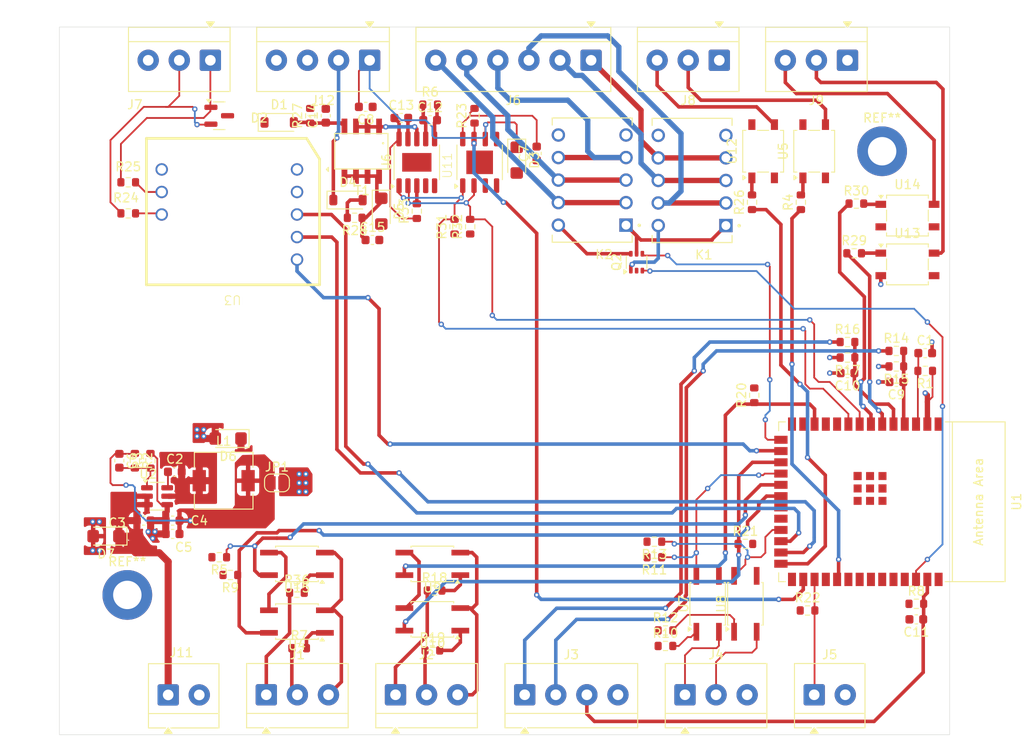
<source format=kicad_pcb>
(kicad_pcb (version 20241229) (generator "pcbnew") (generator_version "9.0")
  (layers (0 "F.Cu" signal) (4 "In1.Cu" signal) (6 "In2.Cu" signal) (2 "B.Cu" signal) (13 "F.Paste" user) (15 "B.Paste" user) (5 "F.SilkS" user "F.Silkscreen") (7 "B.SilkS" user "B.Silkscreen") (1 "F.Mask" user) (3 "B.Mask" user) (25 "Edge.Cuts" user))
  (net 0 "")
  (net 1 "+3.3V")
  (net 2 "/NIVARA_BOARD/VOLTAGE_AOUTPUT")
  (net 4 "/NIVARA_BOARD/mA_AOUTPUT+")
  (net 5 "Net-(D4-A)")
  (net 6 "Net-(D5-A1)")
  (net 7 "GND")
  (net 8 "Net-(U6-A0)")
  (net 9 "Net-(D6-A1)")
  (net 10 "Net-(Q2-1C)")
  (net 11 "Net-(Q2-2C)")
  (net 13 "Net-(R7-Pad2)")
  (net 14 "/NIVARA_BOARD/NPN_DINPUT_1")
  (net 15 "Net-(U1-EN)")
  (net 17 "Net-(R10-Pad2)")
  (net 18 "Net-(R12-Pad2)")
  (net 19 "/NIVARA_BOARD/PNP_DINPUT_0")
  (net 21 "Net-(R18-Pad2)")
  (net 22 "/NIVARA_BOARD/PNP_DINPUT_1")
  (net 23 "Net-(R19-Pad2)")
  (net 24 "Net-(R36-Pad2)")
  (net 26 "/NIVARA_BOARD/NPN_DINPUT_0")
  (net 28 "/NIVARA_BOARD/NPN_OUT_INTERFACE/NPN_EN1")
  (net 31 "/NIVARA_BOARD/PNP_OUT_INTERFACE/PNP_EN0")
  (net 33 "/NIVARA_BOARD/RS485_INTERFACE/UART_RX")
  (net 36 "/NIVARA_BOARD/~{RUN}{slash}STOP")
  (net 37 "/NIVARA_BOARD/RS485_INTERFACE/UART_TX")
  (net 39 "VCC")
  (net 40 "Net-(U2-SW)")
  (net 41 "Net-(U2-BST)")
  (net 42 "/NIVARA_BOARD/RS485_B")
  (net 44 "/NIVARA_BOARD/RS485_A")
  (net 45 "/NIVARA_BOARD/RS485_INTERFACE/~{TX}{slash}RX")
  (net 46 "/NIVARA_BOARD/RL2_OUTPUT_NC")
  (net 47 "/NIVARA_BOARD/RL2_OUTPUT_NO")
  (net 48 "/NIVARA_BOARD/RL2_COM")
  (net 49 "/NIVARA_BOARD/RL1_OUTPUT_NC")
  (net 50 "/NIVARA_BOARD/RL1_COM")
  (net 51 "/NIVARA_BOARD/RL1_OUTPUT_NO")
  (net 52 "/NIVARA_BOARD/RELAY_INTERFACE/RL2_EN")
  (net 53 "/NIVARA_BOARD/RELAY_INTERFACE/RL1_EN")
  (net 54 "/NIVARA_BOARD/VOLTAGE_AOUT_INTERFACE/SCLK")
  (net 55 "/NIVARA_BOARD/10V_AIN_INTERFACE/10V_ADC")
  (net 56 "/NIVARA_BOARD/VOLTAGE_AOUT_INTERFACE/SDA")
  (net 57 "/NIVARA_BOARD/VOLTAGE_AOUT_INTERFACE/SEL")
  (net 58 "/NIVARA_BOARD/mA_AINPUT")
  (net 59 "/NIVARA_BOARD/PNP_OUT_INTERFACE/PNP_EN1")
  (net 60 "/NIVARA_BOARD/PNP_IN_Mod/NPN_Output0")
  (net 61 "/NIVARA_BOARD/PNP_IN_Mod/NPN_Output1")
  (net 62 "/NIVARA_BOARD/DRY_INPUT_INTERFACE/DRY_OUT0")
  (net 63 "/NIVARA_BOARD/DRY_INPUT_INTERFACE/DRY_OUT1")
  (net 64 "/NIVARA_BOARD/NPN_OUT_INTERFACE/NPN_EN0")
  (net 66 "/NIVARA_BOARD/32V_AIN_INTERFACE/32V_ADC")
  (net 68 "Net-(U2-FB)")
  (net 69 "Net-(U3-B)")
  (net 70 "Net-(U3-A)")
  (net 71 "/NIVARA_BOARD/NPN_IN_Mod/NPN_Output1")
  (net 72 "NPNIN_GND")
  (net 73 "Net-(R4-Pad2)")
  (net 74 "/NIVARA_BOARD/NPN_DOUTPUT_0")
  (net 75 "Net-(U6-IOUT)")
  (net 76 "Net-(U6-SET)")
  (net 77 "Net-(U6-V5V)")
  (net 78 "/NIVARA_BOARD/DRY_DINPUT_0")
  (net 79 "/NIVARA_BOARD/DRY_DINPUT_1")
  (net 80 "PNPIN_GND")
  (net 81 "Net-(U11-V5V)")
  (net 82 "Net-(R26-Pad2)")
  (net 83 "/NIVARA_BOARD/PNP_DOUTPUT_0")
  (net 84 "Net-(R29-Pad2)")
  (net 85 "Net-(R30-Pad2)")
  (net 86 "/NIVARA_BOARD/PNP_DOUTPUT_1")
  (net 87 "/NIVARA_BOARD/NPN_IN_Mod/NPN_Output0")
  (net 88 "Net-(D1-A)")
  (net 89 "/NIVARA_BOARD/+32V_AINPUT")
  (net 90 "/NIVARA_BOARD/+10V_AINPUT")
  (net 91 "/NIVARA_BOARD/NPN_DOUTPUT_1")
  (footprint "Jumper:SolderJumper-2_P1.3mm_Open_RoundedPad1.0x1.5mm" (layer "F.Cu") (at 61.5 85.125)
    (property "Reference" "JP1")
    (property "Value" "SolderJumper_2_Open")
  )
  (footprint "PCM_Espressif:ESP32-S3-WROOM-1" (layer "F.Cu") (at 127.75 87.25 -90)
    (property "Reference" "U1")
    (property "Value" "ESP32-S3-WROOM-1")
  )
  (footprint "Resistor_SMD:R_0603_1608Metric" (layer "F.Cu") (at 77.25 54.5 90)
    (property "Reference" "R33")
    (property "Value" "10k")
  )
  (footprint "Diode_SMD:D_SOD-123" (layer "F.Cu") (at 69.5 53.25)
    (property "Reference" "D4")
    (property "Value" "1N4007")
  )
  (footprint "Resistor_SMD:R_0603_1608Metric" (layer "F.Cu") (at 125.75 71 180)
    (property "Reference" "R17")
    (property "Value" "16k")
  )
  (footprint "Resistor_SMD:R_0603_1608Metric" (layer "F.Cu") (at 125.75 69.25)
    (property "Reference" "R16")
    (property "Value" "51k")
  )
  (footprint "Resistor_SMD:R_0603_1608Metric" (layer "F.Cu") (at 45.5 82.625 -90)
    (property "Reference" "R2")
    (property "Value" "196k")
  )
  (footprint "TerminalBlock_4Ucon:TerminalBlock_4Ucon_1x02_P3.50mm_Horizontal" (layer "F.Cu") (at 122 109)
    (property "Reference" "J5")
    (property "Value" "Screw_Terminal_01x02")
  )
  (footprint "TerminalBlock_4Ucon:TerminalBlock_4Ucon_1x04_P3.50mm_Horizontal" (layer "F.Cu") (at 71.9375 37.5 180)
    (property "Reference" "J12")
    (property "Value" "Screw_Terminal_01x04")
  )
  (footprint "Resistor_SMD:R_0603_1608Metric" (layer "F.Cu") (at 79.25 97.25)
    (property "Reference" "R18")
    (property "Value" "910")
  )
  (footprint "Resistor_SMD:R_0603_1608Metric" (layer "F.Cu") (at 70.25 55.25 180)
    (property "Reference" "R28")
    (property "Value" "15")
  )
  (footprint "Capacitor_SMD:C_0603_1608Metric" (layer "F.Cu") (at 50 83.875)
    (property "Reference" "C2")
    (property "Value" "100nF")
  )
  (footprint "Capacitor_SMD:C_0603_1608Metric" (layer "F.Cu") (at 75.5 44)
    (property "Reference" "C13")
    (property "Value" "1uF")
  )
  (footprint "Resistor_SMD:R_0603_1608Metric" (layer "F.Cu") (at 64 103.75)
    (property "Reference" "R7")
    (property "Value" "910")
  )
  (footprint "Package_TO_SOT_SMD:SOT-23" (layer "F.Cu") (at 55 43.75)
    (property "Reference" "D2")
    (property "Value" "SM712_SOT23")
  )
  (footprint "Resistor_SMD:R_0603_1608Metric" (layer "F.Cu") (at 55 93.5 180)
    (property "Reference" "R5")
    (property "Value" "412")
  )
  (footprint "Capacitor_SMD:C_0603_1608Metric" (layer "F.Cu") (at 72.25 57.75)
    (property "Reference" "C15")
    (property "Value" "100nF")
  )
  (footprint "Capacitor_SMD:C_0603_1608Metric" (layer "F.Cu") (at 134.5 70.5)
    (property "Reference" "C1")
    (property "Value" "1uF")
  )
  (footprint "Capacitor_SMD:C_0603_1608Metric" (layer "F.Cu") (at 133.5 100.5 180)
    (property "Reference" "C11")
    (property "Value" "100nF")
  )
  (footprint "TerminalBlock_4Ucon:TerminalBlock_4Ucon_1x03_P3.50mm_Horizontal" (layer "F.Cu") (at 125.75 37.5 180)
    (property "Reference" "J9")
    (property "Value" "Screw_Terminal_01x03")
  )
  (footprint "Riqi_Parts:TQ2=24V" (layer "F.Cu") (at 97 51 180)
    (property "Reference" "K2")
    (property "Value" "TQ2-24V")
  )
  (footprint "Capacitor_SMD:C_0603_1608Metric" (layer "F.Cu") (at 90.75 48 90)
    (property "Reference" "C7")
    (property "Value" "1uF")
  )
  (footprint "Package_TO_SOT_SMD:SOT-363_SC-70-6" (layer "F.Cu") (at 102 60.25 90)
    (property "Reference" "Q2")
    (property "Value" "~")
  )
  (footprint "Resistor_SMD:R_0603_1608Metric" (layer "F.Cu") (at 56.25 95.5 180)
    (property "Reference" "R9")
    (property "Value" "412")
  )
  (footprint "Resistor_SMD:R_0603_1608Metric" (layer "F.Cu") (at 63.75 97.5)
    (property "Reference" "R36")
    (property "Value" "910")
  )
  (footprint "Resistor_SMD:R_0603_1608Metric" (layer "F.Cu") (at 126.75 53.65)
    (property "Reference" "R30")
    (property "Value" "100")
  )
  (footprint "Resistor_SMD:R_0603_1608Metric" (layer "F.Cu") (at 78.75 42.5)
    (property "Reference" "R6")
    (property "Value" "2.5k")
  )
  (footprint "Package_SO:SSOP-10-1EP_3.9x4.9mm_P1mm_EP2.1x3.3mm" (layer "F.Cu") (at 77.25 49 90)
    (property "Reference" "U6")
    (property "Value" "~")
  )
  (footprint "Capacitor_SMD:C_0603_1608Metric" (layer "F.Cu") (at 71.5 42.75 180)
    (property "Reference" "C8")
    (property "Value" "100nF")
  )
  (footprint "Riqi_Parts:eSOP-8" (layer "F.Cu") (at 81.1985 49.364 90)
    (property "Reference" "U11")
    (property "Value" "~")
  )
  (footprint "Package_SO:SO-4_4.4x3.6mm_P2.54mm" (layer "F.Cu") (at 63.75 94.25 180)
    (property "Reference" "U15")
    (property "Value" "LTV-357TB")
  )
  (footprint "Package_SO:SO-4_4.4x4.3mm_P2.54mm" (layer "F.Cu") (at 116.25 47.75 90)
    (property "Reference" "U12")
    (property "Value" "~")
  )
  (footprint "Package_SO:SO-4_4.4x3.6mm_P2.54mm" (layer "F.Cu") (at 63.75 100.75 180)
    (property "Reference" "U4")
    (property "Value" "LTV-357TB")
  )
  (footprint "Resistor_SMD:R_0603_1608Metric" (layer "F.Cu") (at 44.75 51.25 180)
    (property "Reference" "R25")
    (property "Value" "120")
  )
  (footprint "Resistor_SMD:R_0603_1608Metric" (layer "F.Cu") (at 120.5 53.5 90)
    (property "Reference" "R4")
    (property "Value" "100")
  )
  (footprint "Diode_SMD:D_SOD-123" (layer "F.Cu") (at 61.75 44.5)
    (property "Reference" "D1")
    (property "Value" "D_Zener")
  )
  (footprint "Capacitor_SMD:C_0603_1608Metric" (layer "F.Cu") (at 78.75 44.25)
    (property "Reference" "C12")
    (property "Value" "220pF")
  )
  (footprint "Resistor_SMD:R_0603_1608Metric" (layer "F.Cu") (at 65.25 43.75 90)
    (property "Reference" "R27")
    (property "Value" "100k")
  )
  (footprint "Resistor_SMD:R_0603_1608Metric" (layer "F.Cu") (at 133.5 98.75)
    (property "Reference" "R8")
    (property "Value" "120")
  )
  (footprint "TerminalBlock_4Ucon:TerminalBlock_4Ucon_1x03_P3.50mm_Horizontal" (layer "F.Cu") (at 107.45 109)
    (property "Reference" "J4")
    (property "Value" "Screw_Terminal_01x03")
  )
  (footprint "Diode_SMD:D_SMF" (layer "F.Cu") (at 88.5 48.75 -90)
    (property "Reference" "D3")
    (property "Value" "SMF24A")
  )
  (footprint "MountingHole:MountingHole_3.2mm_M3_DIN965_Pad" (layer "F.Cu") (at 129.65 47.75)
    (property "Reference" "REF**")
    (property "Value" "MountingHole_3.2mm_M3_DIN965_Pad")
  )
  (footprint "Diode_SMD:D_SMF" (layer "F.Cu") (at 42.25 91.125 180)
    (property "Reference" "D7")
    (property "Value" "SMF24A")
  )
  (footprint "TerminalBlock_4Ucon:TerminalBlock_4Ucon_1x03_P3.50mm_Horizontal" (layer "F.Cu") (at 60.3 109)
    (property "Reference" "J1")
    (property "Value" "Screw_Terminal_01x03")
  )
  (footprint "Riqi_Parts:YLPTEC RSM3485ECHT" (layer "F.Cu") (at 66.3 46.3 180)
    (property "Reference" "U3")
    (property "Value" "~")
  )
  (footprint "Resistor_SMD:R_0603_1608Metric" (layer "F.Cu") (at 83.75 43.75 90)
    (property "Reference" "R23")
    (property "Value" "10k")
  )
  (footprint "Riqi_Parts:TQ2=24V" (layer "F.Cu") (at 108.25 51.04 180)
    (property "Reference" "K1")
    (property "Value" "TQ2-24V")
  )
  (footprint "Capacitor_SMD:C_0603_1608Metric" (layer "F.Cu") (at 131.25 73.75 180)
    (property "Reference" "C9")
    (property "Value" "100nF")
  )
  (footprint "Resistor_SMD:R_0603_1608Metric" (layer "F.Cu") (at 47.25 82.625 90)
    (property "Reference" "R3")
    (property "Value" "62k")
  )
  (footprint "TerminalBlock_4Ucon:TerminalBlock_4Ucon_1x03_P3.50mm_Horizontal" (layer "F.Cu") (at 54 37.5 180)
    (property "Reference" "J7")
    (property "Value" "Screw_Terminal_01x03")
  )
  (footprint "Resistor_SMD:R_0603_1608Metric" (layer "F.Cu") (at 44.75 54.75 180)
    (property "Reference" "R24")
    (property "Value" "120")
  )
  (footprint "Capacitor_SMD:C_0603_1608Metric" (layer "F.Cu") (at 49.75 90.875)
    (property "Reference" "C5")
    (property "Value" "22uF")
  )
  (footprint "Package_SO:SO-4_4.4x4.3mm_P2.54mm" (layer "F.Cu") (at 132.5 55)
    (property "Reference" "U14")
    (property "Value" "~")
  )
  (footprint "Resistor_SMD:R_0603_1608Metric" (layer "F.Cu") (at 79 104)
    (property "Reference" "R19")
    (property "Value" "910")
  )
  (footprint "Package_SO:SO-4_4.4x3.6mm_P2.54mm" (layer "F.Cu") (at 110 98.75 90)
    (property "Reference" "U7")
    (property "Value" "LTV-357TB")
  )
  (footprint "Package_SO:SO-4_4.4x4.3mm_P2.54mm" (layer "F.Cu") (at 132.5 60.5)
    (property "Reference" "U13")
    (property "Value" "~")
  )
  (footprint "Capacitor_SMD:C_0603_1608Metric" (layer "F.Cu") (at 43.75 82.625 -90)
    (property "Reference" "C6")
    (property "Value" "100pF")
  )
  (footprint "Capacitor_SMD:C_0603_1608Metric" (layer "F.Cu") (at 49.75 89.375)
    (property "Reference" "C4")
    (property "Value" "22uF")
  )
  (footprint "Capacitor_SMD:C_0603_1608Metric" (layer "F.Cu") (at 67 43.75 90)
    (property "Reference" "C14")
    (property "Value" "1uF")
  )
  (footprint "Resistor_SMD:R_0603_1608Metric" (layer "F.Cu") (at 114.25 92)
    (property "Reference" "R21")
    (property "Value" "412")
  )
  (footprint "TerminalBlock_4Ucon:TerminalBlock_4Ucon_1x02_P3.50mm_Horizontal" (layer "F.Cu") (at 49.25 109.0175)
    (property "Reference" "J11")
    (property "Value" "Screw_Terminal_01x02")
  )
  (footprint "Package_SO:SO-4_4.4x3.6mm_P2.54mm" (layer "F.Cu") (at 79 100.5 180)
    (property "Reference" "U10")
    (property "Value" "LTV-357TB")
  )
  (footprint "Inductor_SMD:L_6.3x6.3_H3" (layer "F.Cu") (at 55.5 84.875)
    (property "Reference" "L1")
    (property "Value" "6.8uH")
  )
  (footprint "Resistor_SMD:R_0603_1608Metric" (layer "F.Cu") (at 131.25 70.25)
    (property "Reference" "R14")
    (property "Value" "160k")
  )
  (footprint "Capacitor_SMD:C_0603_1608Metric" (layer "F.Cu") (at 46.5 89.375 180)
    (property "Reference" "C3")
    (property "Value" "10uF")
  )
  (footprint "Package_SO:SO-4_4.4x4.3mm_P2.54mm" (layer "F.Cu") (at 122 47.75 90)
    (property "Reference" "U5")
    (property "Value" "~")
  )
  (footprint "Package_SO:SO-4_4.4x3.6mm_P2.54mm" (layer "F.Cu") (at 79 94.25 180)
    (property "Reference" "U9")
    (property "Value" "LTV-357TB")
  )
  (footprint "Resistor_SMD:R_0603_1608Metric" (layer "F.Cu") (at 83.26 56.25 90)
    (property "Reference" "R32")
    (property "Value" "4.7k")
  )
  (footprint "Package_SO:SO-4_4.4x3.6mm_P2.54mm" (layer "F.Cu") (at 114.25 98.75 90)
    (property "Reference" "U8")
    (property "Value" "LTV-357TB")
  )
  (footprint "TerminalBlock_4Ucon:TerminalBlock_4Ucon_1x06_P3.50mm_Horizontal" (layer "F.Cu") (at 96.875 37.5 180)
    (property "Reference" "J6")
    (property "Value" "Screw_Terminal_01x06")
  )
  (footprint "Diode_SMD:D_SMF" (layer "F.Cu") (at 56 80.125 180)
    (property "Reference" "D6")
    (property "Value" "SMF24A")
  )
  (footprint "MountingHole:MountingHole_3.2mm_M3_DIN965_Pad" (layer "F.Cu") (at 44.65 97.75)
    (property "Reference" "REF**")
    (property "Value" "MountingHole_3.2mm_M3_DIN965_Pad")
  )
  (footprint "Resistor_SMD:R_0603_1608Metric" (layer "F.Cu") (at 134.5 72.5 180)
    (property "Reference" "R1")
    (property "Value" "10k")
  )
  (footprint "Resistor_SMD:R_0603_1608Metric" (layer "F.Cu") (at 105.25 103.5)
    (property "Reference" "R10")
    (property "Value" "910")
  )
  (footprint "Riqi_Parts:SO-8" (layer "F.Cu") (at 71 47.75 180)
    (property "Reference" "T1")
    (property "Value" "IRF9310TRPBF")
  )
  (footprint "Resistor_SMD:R_0603_1608Metric" (layer "F.Cu") (at 81.5 56.25 90)
    (property "Reference" "R31")
    (property "Value" "4.7k")
  )
  (footprint "TerminalBlock_4Ucon:TerminalBlock_4Ucon_1x03_P3.50mm_Horizontal" (layer "F.Cu") (at 111.3125 37.5 180)
    (property "Reference" "J8")
    (property "Value" "Screw_Terminal_01x03")
  )
  (footprint "Package_TO_SOT_SMD:TSOT-23-6" (layer "F.Cu") (at 48 86.625)
    (property "Reference" "U2")
    (property "Value" "AP63200WU")
  )
  (footprint "TerminalBlock_4Ucon:TerminalBlock_4Ucon_1x03_P3.50mm_Horizontal" (layer "F.Cu") (at 74.85 109)
    (property "Reference" "J2")
    (property "Value" "Screw_Terminal_01x03")
  )
  (footprint "Resistor_SMD:R_0603_1608Metric" (layer "F.Cu") (at 105.25 101.75)
    (property "Reference" "R12")
    (property "Value" "910")
  )
  (footprint "TerminalBlock_4Ucon:TerminalBlock_4Ucon_1x04_P3.50mm_Horizontal" (layer "F.Cu") (at 89.4 109)
    (property "Reference" "J3")
    (property "Value" "Screw_Terminal_01x04")
  )
  (footprint "Resistor_SMD:R_0603_1608Metric" (layer "F.Cu") (at 115.25 75.25 90)
    (property "Reference" "R20")
    (property "Value" "412")
  )
  (footprint "Resistor_SMD:R_0603_1608Metric" (layer "F.Cu") (at 115 53.5 90)
    (property "Reference" "R26")
    (property "Value" "100")
  )
  (footprint "Resistor_SMD:R_0603_1608Metric" (layer "F.Cu") (at 104 93.5 180)
    (property "Reference" "R11")
    (property "Value" "412")
  )
  (footprint "Resistor_SMD:R_0603_1608Metric" (layer "F.Cu") (at 126.5 59.25)
    (property "Reference" "R29")
    (property "Value" "100")
  )
  (footprint "Resistor_SMD:R_0603_1608Metric" (layer "F.Cu") (at 131.25 72 180)
    (property "Reference" "R15")
    (property "Value" "13k")
  )
  (footprint "Diode_SMD:D_SMF" (layer "F.Cu") (at 73.25 54.5 -90)
    (property "Reference" "D5")
    (property "Value" "SMF24A")
  )
  (footprint "Resistor_SMD:R_0603_1608Metric" (layer "F.Cu") (at 121.25 99.5)
    (property "Reference" "R22")
    (property "Value" "10k")
  )
  (footprint "Capacitor_SMD:C_0603_1608Metric" (layer "F.Cu") (at 125.75 72.75 180)
    (property "Reference" "C10")
    (property "Value" "100nF")
  )
  (footprint "Resistor_SMD:R_0603_1608Metric" (layer "F.Cu") (at 104 91.75 180)
    (property "Reference" "R13")
    (property "Value" "412")
  )
  (gr_rect (start 37 33.75) (end 137.25 113.5) (stroke (width 0.05)) (fill no) (layer "Edge.Cuts"))
  (segment (start 134.5 75) (end 134.75 75.25) (width 0.6) (layer "F.Cu") (net 1))
  (segment (start 135.325 75.425) (end 134.75 76) (width 0.2) (layer "F.Cu") (net 1))
  (segment (start 134.75 78.49) (end 134.74 78.5) (width 0.6) (layer "F.Cu") (net 1))
  (segment (start 134.75 76) (end 134.75 78.49) (width 0.6) (layer "F.Cu") (net 1))
  (segment (start 135.325 72.5) (end 135.325 75.425) (width 0.2) (layer "F.Cu") (net 1))
  (segment (start 134.75 75.25) (end 134.75 76) (width 0.6) (layer "F.Cu") (net 1))
  (via (at 64.75 85.125) (size 0.6) (drill 0.3) (layers "F.Cu" "B.Cu") (net 1))
  (via (at 64 86.125) (size 0.6) (drill 0.3) (layers "F.Cu" "B.Cu") (net 1))
  (via (at 64.75 86.125) (size 0.6) (drill 0.3) (layers "F.Cu" "B.Cu") (net 1))
  (via (at 64.75 84.125) (size 0.6) (drill 0.3) (layers "F.Cu" "B.Cu") (net 1))
  (via (at 64 85.125) (size 0.6) (drill 0.3) (layers "F.Cu" "B.Cu") (net 1))
  (via (at 134.5 75) (size 0.6) (drill 0.3) (layers "F.Cu" "B.Cu") (net 1))
  (via (at 64 84.125) (size 0.6) (drill 0.3) (layers "F.Cu" "B.Cu") (net 1))
  (segment (start 70.725 42.75) (end 70.725 38.7125) (width 0.2) (layer "F.Cu") (net 2))
  (segment (start 70.725 38.7125) (end 71.9375 37.5) (width 0.2) (layer "F.Cu") (net 2))
  (segment (start 88.25 44.5) (end 85.25 44.5) (width 0.2) (layer "F.Cu") (net 2))
  (segment (start 85 44.75) (end 84.9615 44.7885) (width 0.2) (layer "F.Cu") (net 2))
  (segment (start 88.5 47.3) (end 88.5 44.75) (width 0.2) (layer "F.Cu") (net 2))
  (segment (start 85.25 44.5) (end 85 44.75) (width 0.2) (layer "F.Cu") (net 2))
  (segment (start 88.5 44.75) (end 88.25 44.5) (width 0.2) (layer "F.Cu") (net 2))
  (segment (start 84.9615 44.7885) (end 84.9615 46.375) (width 0.2) (layer "F.Cu") (net 2))
  (via (at 85 44.75) (size 0.6) (drill 0.3) (layers "F.Cu" "B.Cu") (net 2))
  (segment (start 84.75 46.25) (end 85 46) (width 0.2) (layer "B.Cu") (net 2))
  (segment (start 79 45) (end 79 46) (width 0.2) (layer "B.Cu") (net 2))
  (segment (start 79 46) (end 79.25 46.25) (width 0.2) (layer "B.Cu") (net 2))
  (segment (start 71.9375 40.6875) (end 75.5 44.25) (width 0.2) (layer "B.Cu") (net 2))
  (segment (start 78.25 44.25) (end 79 45) (width 0.2) (layer "B.Cu") (net 2))
  (segment (start 79.25 46.25) (end 84.75 46.25) (width 0.2) (layer "B.Cu") (net 2))
  (segment (start 85 46) (end 85 44.75) (width 0.2) (layer "B.Cu") (net 2))
  (segment (start 75.5 44.25) (end 78.25 44.25) (width 0.2) (layer "B.Cu") (net 2))
  (segment (start 71.9375 37.5) (end 71.9375 40.6875) (width 0.2) (layer "B.Cu") (net 2))
  (segment (start 67.85 46.65) (end 68.25 46.25) (width 0.4) (layer "F.Cu") (net 4))
  (segment (start 67.85 53.25) (end 67.85 46.65) (width 0.4) (layer "F.Cu") (net 4))
  (via (at 68.25 46.25) (size 0.6) (drill 0.3) (layers "F.Cu" "B.Cu") (net 4))
  (segment (start 68.25 46.25) (end 68.25 45.75) (width 0.4) (layer "B.Cu") (net 4))
  (segment (start 68.4375 45.5625) (end 68.4375 37.5) (width 0.4) (layer "B.Cu") (net 4))
  (segment (start 68.25 45.75) (end 68.4375 45.5625) (width 0.4) (layer "B.Cu") (net 4))
  (segment (start 69.425 55.25) (end 69.425 53.575) (width 0.4) (layer "F.Cu") (net 5))
  (segment (start 69.75 53.25) (end 71.15 53.25) (width 0.4) (layer "F.Cu") (net 5))
  (segment (start 69.425 53.575) (end 69.75 53.25) (width 0.4) (layer "F.Cu") (net 5))
  (segment (start 72.75 53.05) (end 72.75 50.8) (width 0.4) (layer "F.Cu") (net 6))
  (segment (start 71.075 55.25) (end 71.075 57.35) (width 0.4) (layer "F.Cu") (net 6))
  (segment (start 72.75 50.8) (end 73 50.55) (width 0.4) (layer "F.Cu") (net 6))
  (segment (start 71.5 55.25) (end 73.25 53.5) (width 0.4) (layer "F.Cu") (net 6))
  (segment (start 69.1 50.55) (end 73 50.55) (width 0.4) (layer "F.Cu") (net 6))
  (segment (start 71.075 57.35) (end 71.475 57.75) (width 0.4) (layer "F.Cu") (net 6))
  (segment (start 71.075 55.25) (end 71.5 55.25) (width 0.4) (layer "F.Cu") (net 6))
  (segment (start 73.25 53.5) (end 73.25 53.05) (width 0.4) (layer "F.Cu") (net 6))
  (segment (start 76.25 44.025) (end 76.275 44) (width 0.4) (layer "F.Cu") (net 7))
  (segment (start 79.525 44.25) (end 79.525 42.55) (width 0.4) (layer "F.Cu") (net 7))
  (segment (start 76.48 92.98) (end 77.5 94) (width 0.4) (layer "F.Cu") (net 7))
  (segment (start 48.475001 87.575) (end 49.1375 87.575) (width 0.2) (layer "F.Cu") (net 7))
  (segment (start 79.25 44.525) (end 79.525 44.25) (width 0.4) (layer "F.Cu") (net 7))
  (segment (start 48.026 87.125999) (end 48.475001 87.575) (width 0.2) (layer "F.Cu") (net 7))
  (segment (start 124.975 72.75) (end 123.75 72.75) (width 0.4) (layer "F.Cu") (net 7))
  (segment (start 47.25 81.8) (end 47.425 81.8) (width 0.2) (layer "F.Cu") (net 7))
  (segment (start 48.026 82.401) (end 48.026 87.125999) (width 0.2) (layer "F.Cu") (net 7))
  (segment (start 47.425 81.8) (end 48.026 82.401) (width 0.2) (layer "F.Cu") (net 7))
  (segment (start 60.6 92.98) (end 61.98 92.98) (width 0.4) (layer "F.Cu") (net 7))
  (segment (start 130.475 73.75) (end 129.25 73.75) (width 0.4) (layer "F.Cu") (net 7))
  (segment (start 62.5 93.5) (end 62.5 95.75) (width 0.4) (layer "F.Cu") (net 7))
  (segment (start 130.425 72) (end 129.25 72) (width 0.4) (layer "F.Cu") (net 7))
  (segment (start 79.25 46.3625) (end 79.25 44.525) (width 0.4) (layer "F.Cu") (net 7))
  (segment (start 76.25 46.3625) (end 76.25 44.025) (width 0.4) (layer "F.Cu") (net 7))
  (segment (start 129.5 61.77) (end 129.5 62.75) (width 0.4) (layer "F.Cu") (net 7))
  (segment (start 77.5 94) (end 77.5 97.75) (width 0.4) (layer "F.Cu") (net 7))
  (segment (start 61.98 92.98) (end 62.5 93.5) (width 0.4) (layer "F.Cu") (net 7))
  (segment (start 124.925 71) (end 123.75 71) (width 0.4) (layer "F.Cu") (net 7))
  (segment (start 62.5 95.75) (end 60.6 97.65) (width 0.4) (layer "F.Cu") (net 7))
  (segment (start 76.02 99.23) (end 75.85 99.23) (width 0.4) (layer "F.Cu") (net 7))
  (segment (start 60.6 97.65) (end 60.6 99.48) (width 0.4) (layer "F.Cu") (net 7))
  (segment (start 79.525 42.55) (end 79.575 42.5) (width 0.4) (layer "F.Cu") (net 7))
  (segment (start 75.85 92.98) (end 76.48 92.98) (width 0.4) (layer "F.Cu") (net 7))
  (segment (start 135.275 70.5) (end 135.275 69.275) (width 0.4) (layer "F.Cu") (net 7))
  (segment (start 135.275 69.275) (end 135.25 69.25) (width 0.4) (layer "F.Cu") (net 7))
  (segment (start 77.5 97.75) (end 76.02 99.23) (width 0.4) (layer "F.Cu") (net 7))
  (via (at 135.25 69.25) (size 0.6) (drill 0.3) (layers "F.Cu" "B.Cu") (net 7))
  (via (at 53.25 79.875) (size 0.6) (drill 0.3) (layers "F.Cu" "B.Cu") (net 7))
  (via (at 123.75 71) (size 0.6) (drill 0.3) (layers "F.Cu" "B.Cu") (net 7))
  (via (at 47 90.625) (size 0.6) (drill 0.3) (layers "F.Cu" "B.Cu") (net 7))
  (via (at 52.5 79.125) (size 0.6) (drill 0.3) (layers "F.Cu" "B.Cu") (net 7))
  (via (at 40.75 92.75) (size 0.6) (drill 0.3) (layers "F.Cu" "B.Cu") (net 7))
  (via (at 41.5 89.5) (size 0.6) (drill 0.3) (layers "F.Cu" "B.Cu") (net 7))
  (via (at 129.25 73.75) (size 0.6) (drill 0.3) (layers "F.Cu" "B.Cu") (net 7))
  (via (at 129.5 62.75) (size 0.6) (drill 0.3) (layers "F.Cu" "B.Cu") (net 7))
  (via (at 47.5 91.375) (size 0.6) (drill 0.3) (layers "F.Cu" "B.Cu") (net 7))
  (via (at 41.5 92.75) (size 0.6) (drill 0.3) (layers "F.Cu" "B.Cu") (net 7))
  (via (at 40.75 89.5) (size 0.6) (drill 0.3) (layers "F.Cu" "B.Cu") (net 7))
  (via (at 129.25 72) (size 0.6) (drill 0.3) (layers "F.Cu" "B.Cu") (net 7))
  (via (at 52.5 79.875) (size 0.6) (drill 0.3) (layers "F.Cu" "B.Cu") (net 7))
  (via (at 53.25 79.125) (size 0.6) (drill 0.3) (layers "F.Cu" "B.Cu") (net 7))
  (via (at 123.75 72.75) (size 0.6) (drill 0.3) (layers "F.Cu" "B.Cu") (net 7))
  (via (at 47.75 90.625) (size 0.6) (drill 0.3) (layers "F.Cu" "B.Cu") (net 7))
  (segment (start 77.25 53.675) (end 77.25 51.6375) (width 0.4) (layer "F.Cu") (net 8))
  (segment (start 42.75 85.125) (end 43 85.375) (width 0.2) (layer "F.Cu") (net 9))
  (segment (start 57.5 89.375) (end 58.25 88.625) (width 0.2) (layer "F.Cu") (net 9))
  (segment (start 43.75 81.85) (end 45.45 81.85) (width 0.2) (layer "F.Cu") (net 9))
  (segment (start 43.75 81.85) (end 43.275 81.85) (width 0.2) (layer "F.Cu") (net 9))
  (segment (start 58.25 88.625) (end 58.25 84.875) (width 0.2) (layer "F.Cu") (net 9))
  (segment (start 51.75 89.375) (end 50.525 89.375) (width 0.2) (layer "F.Cu") (net 9))
  (segment (start 43.275 81.85) (end 42.75 82.375) (width 0.2) (layer "F.Cu") (net 9))
  (segment (start 50.525 90.875) (end 50.525 89.375) (width 0.2) (layer "F.Cu") (net 9))
  (segment (start 45.45 81.85) (end 45.5 81.8) (width 0.2) (layer "F.Cu") (net 9))
  (segment (start 42.75 82.375) (end 42.75 85.125) (width 0.2) (layer "F.Cu") (net 9))
  (segment (start 43 85.375) (end 44.5 85.375) (width 0.2) (layer "F.Cu") (net 9))
  (segment (start 52.5 89.375) (end 57.5 89.375) (width 0.2) (layer "F.Cu") (net 9))
  (segment (start 51.75 89.375) (end 52.5 89.375) (width 0.2) (layer "F.Cu") (net 9))
  (via (at 51.75 89.375) (size 0.6) (drill 0.3) (layers "F.Cu" "B.Cu") (net 9))
  (via (at 44.5 85.375) (size 0.6) (drill 0.3) (layers "F.Cu" "B.Cu") (net 9))
  (segment (start 45.5 85.625) (end 45.5 88.125) (width 0.2) (layer "B.Cu") (net 9))
  (segment (start 45.25 85.375) (end 45.5 85.625) (width 0.2) (layer "B.Cu") (net 9))
  (segment (start 46.75 89.375) (end 51.75 89.375) (width 0.2) (layer "B.Cu") (net 9))
  (segment (start 44.5 85.375) (end 45.25 85.375) (width 0.2) (layer "B.Cu") (net 9))
  (segment (start 45.5 88.125) (end 46.75 89.375) (width 0.2) (layer "B.Cu") (net 9))
  (segment (start 101.35 60.65) (end 101.5 60.5) (width 0.4) (layer "F.Cu") (net 10))
  (segment (start 101.35 61.2) (end 101.35 60.65) (width 0.4) (layer "F.Cu") (net 10))
  (via (at 101.5 60.5) (size 0.6) (drill 0.3) (layers "F.Cu" "B.Cu") (net 10))
  (segment (start 101.5 60.5) (end 101.75 60.25) (width 0.4) (layer "B.Cu") (net 10))
  (segment (start 104.44 59.81) (end 104.44 56.12) (width 0.4) (layer "B.Cu") (net 10))
  (segment (start 101.75 60.25) (end 104 60.25) (width 0.4) (layer "B.Cu") (net 10))
  (segment (start 104 60.25) (end 104.44 59.81) (width 0.4) (layer "B.Cu") (net 10))
  (segment (start 93.19 56.08) (end 96.41 59.3) (width 0.4) (layer "F.Cu") (net 11))
  (segment (start 96.41 59.3) (end 101.35 59.3) (width 0.4) (layer "F.Cu") (net 11))
  (segment (start 65.48 102.02) (end 66.9 102.02) (width 0.4) (layer "F.Cu") (net 13))
  (segment (start 64.825 103.75) (end 64.825 102.675) (width 0.4) (layer "F.Cu") (net 13))
  (segment (start 64.825 102.675) (end 65.48 102.02) (width 0.4) (layer "F.Cu") (net 13))
  (segment (start 63.175 103.75) (end 63.175 108.375) (width 0.4) (layer "F.Cu") (net 14))
  (segment (start 63.175 108.375) (end 63.8 109) (width 0.4) (layer "F.Cu") (net 14))
  (segment (start 133.675 72.5) (end 133.675 78.295) (width 0.2) (layer "F.Cu") (net 15))
  (segment (start 133.675 78.295) (end 133.47 78.5) (width 0.2) (layer "F.Cu") (net 15))
  (segment (start 133.725 72.45) (end 133.675 72.5) (width 0.2) (layer "F.Cu") (net 15))
  (segment (start 133.725 70.5) (end 133.725 72.45) (width 0.2) (layer "F.Cu") (net 15))
  (segment (start 108.13 102.5) (end 108.73 101.9) (width 0.2) (layer "F.Cu") (net 17))
  (segment (start 107.75 102.5) (end 108.13 102.5) (width 0.2) (layer "F.Cu") (net 17))
  (segment (start 106.075 103.5) (end 106.75 103.5) (width 0.2) (layer "F.Cu") (net 17))
  (segment (start 106.75 103.5) (end 107.75 102.5) (width 0.2) (layer "F.Cu") (net 17))
  (segment (start 113 100.5) (end 112.98 100.52) (width 0.2) (layer "F.Cu") (net 18))
  (segment (start 107.75 100) (end 112.5 100) (width 0.2) (layer "F.Cu") (net 18))
  (segment (start 106.075 101.675) (end 107.75 100) (width 0.2) (layer "F.Cu") (net 18))
  (segment (start 112.98 100.52) (end 112.98 101.9) (width 0.2) (layer "F.Cu") (net 18))
  (segment (start 112.5 100) (end 113 100.5) (width 0.2) (layer "F.Cu") (net 18))
  (segment (start 106.075 101.75) (end 106.075 101.675) (width 0.2) (layer "F.Cu") (net 18))
  (segment (start 78.425 97.25) (end 78.425 102.325) (width 0.4) (layer "F.Cu") (net 19))
  (segment (start 74.85 105.9) (end 74.85 109) (width 0.4) (layer "F.Cu") (net 19))
  (segment (start 78.425 102.325) (end 74.85 105.9) (width 0.4) (layer "F.Cu") (net 19))
  (segment (start 81.5 97.25) (end 82.15 96.6) (width 0.4) (layer "F.Cu") (net 21))
  (segment (start 80.075 97.25) (end 81.5 97.25) (width 0.4) (layer "F.Cu") (net 21))
  (segment (start 82.15 96.6) (end 82.15 95.52) (width 0.4) (layer "F.Cu") (net 21))
  (segment (start 78.175 108.825) (end 78.35 109) (width 0.4) (layer "F.Cu") (net 22))
  (segment (start 78.175 104) (end 78.175 108.825) (width 0.4) (layer "F.Cu") (net 22))
  (segment (start 79.825 104) (end 81.25 104) (width 0.4) (layer "F.Cu") (net 23))
  (segment (start 81.25 104) (end 82.15 103.1) (width 0.4) (layer "F.Cu") (net 23))
  (segment (start 82.15 103.1) (end 82.15 101.77) (width 0.4) (layer "F.Cu") (net 23))
  (segment (start 65.23 95.52) (end 66.9 95.52) (width 0.4) (layer "F.Cu") (net 24))
  (segment (start 64.575 96.175) (end 65.23 95.52) (width 0.4) (layer "F.Cu") (net 24))
  (segment (start 64.575 97.5) (end 64.575 96.175) (width 0.4) (layer "F.Cu") (net 24))
  (segment (start 60.3 104.7) (end 60.3 109) (width 0.4) (layer "F.Cu") (net 26))
  (segment (start 62.925 102.075) (end 60.3 104.7) (width 0.4) (layer "F.Cu") (net 26))
  (segment (start 62.925 97.5) (end 62.925 102.075) (width 0.4) (layer "F.Cu") (net 26))
  (segment (start 118.25 71.85) (end 118.25 56) (width 0.4) (layer "F.Cu") (net 28))
  (segment (start 118.25 56) (end 116.575 54.325) (width 0.4) (layer "F.Cu") (net 28))
  (segment (start 116.575 54.325) (end 115 54.325) (width 0.4) (layer "F.Cu") (net 28))
  (segment (start 118.25 94.235) (end 121.265 94.235) (width 0.4) (layer "F.Cu") (net 28))
  (segment (start 121.265 94.235) (end 123.25 92.25) (width 0.4) (layer "F.Cu") (net 28))
  (segment (start 123.25 84.25) (end 121.25 82.25) (width 0.4) (layer "F.Cu") (net 28))
  (segment (start 123.25 92.25) (end 123.25 84.25) (width 0.4) (layer "F.Cu") (net 28))
  (segment (start 120.4 74) (end 118.25 71.85) (width 0.4) (layer "F.Cu") (net 28))
  (via (at 121.25 82.25) (size 0.6) (drill 0.3) (layers "F.Cu" "B.Cu") (net 28))
  (via (at 120.4 74) (size 0.6) (drill 0.3) (layers "F.Cu" "B.Cu") (net 28))
  (segment (start 121.25 74.85) (end 120.4 74) (width 0.4) (layer "B.Cu") (net 28))
  (segment (start 121.25 82.25) (end 121.25 74.85) (width 0.4) (layer "B.Cu") (net 28))
  (segment (start 129.25 76.95) (end 129.66 77.36) (width 0.4) (layer "F.Cu") (net 31))
  (segment (start 125.675 59.25) (end 128.25 61.825) (width 0.4) (layer "F.Cu") (net 31))
  (segment (start 128.25 61.825) (end 128.25 73.75) (width 0.4) (layer "F.Cu") (net 31))
  (segment (start 129.66 77.36) (end 129.66 78.5) (width 0.4) (layer "F.Cu") (net 31))
  (via (at 129.25 76.95) (size 0.6) (drill 0.3) (layers "F.Cu" "B.Cu") (net 31))
  (via (at 128.25 73.75) (size 0.6) (drill 0.3) (layers "F.Cu" "B.Cu") (net 31))
  (segment (start 128.25 73.75) (end 128.25 75.95) (width 0.4) (layer "B.Cu") (net 31))
  (segment (start 128.25 75.95) (end 129.25 76.95) (width 0.4) (layer "B.Cu") (net 31))
  (segment (start 74.5 84) (end 75.25 84) (width 0.4) (layer "F.Cu") (net 33))
  (segment (start 63.76 57.42) (end 67.67 57.42) (width 0.4) (layer "F.Cu") (net 33))
  (segment (start 120.785 92.965) (end 118.25 92.965) (width 0.4) (layer "F.Cu") (net 33))
  (segment (start 121.5 92.25) (end 120.785 92.965) (width 0.4) (layer "F.Cu") (net 33))
  (segment (start 67.67 57.42) (end 68.25 58) (width 0.4) (layer "F.Cu") (net 33))
  (segment (start 68.25 58) (end 68.25 81.349942) (width 0.4) (layer "F.Cu") (net 33))
  (segment (start 70.900058 84) (end 74.5 84) (width 0.4) (layer "F.Cu") (net 33))
  (segment (start 68.25 81.349942) (end 70.900058 84) (width 0.4) (layer "F.Cu") (net 33))
  (via (at 121.5 92.25) (size 0.6) (drill 0.3) (layers "F.Cu" "B.Cu") (net 33))
  (via (at 75.25 84) (size 0.6) (drill 0.3) (layers "F.Cu" "B.Cu") (net 33))
  (segment (start 78.5 87.25) (end 121 87.25) (width 0.4) (layer "B.Cu") (net 33))
  (segment (start 122 91.75) (end 121.5 92.25) (width 0.4) (layer "B.Cu") (net 33))
  (segment (start 75.25 84) (end 78.5 87.25) (width 0.4) (layer "B.Cu") (net 33))
  (segment (start 122 88.25) (end 122 91.25) (width 0.4) (layer "B.Cu") (net 33))
  (segment (start 122 91.25) (end 122 91.75) (width 0.4) (layer "B.Cu") (net 33))
  (segment (start 121 87.25) (end 122 88.25) (width 0.4) (layer "B.Cu") (net 33))
  (segment (start 122 108.75) (end 122.04 108.71) (width 0.2) (layer "F.Cu") (net 36))
  (segment (start 122 109) (end 122 108.75) (width 0.2) (layer "F.Cu") (net 36))
  (segment (start 122.04 108.71) (end 122.04 96) (width 0.2) (layer "F.Cu") (net 36))
  (segment (start 67.63 54.88) (end 69.25 56.5) (width 0.4) (layer "F.Cu") (net 37))
  (segment (start 119.305 91.695) (end 118.25 91.695) (width 0.4) (layer "F.Cu") (net 37))
  (segment (start 120.25 90.75) (end 119.305 91.695) (width 0.4) (layer "F.Cu") (net 37))
  (segment (start 69.25 81) (end 71.25 83) (width 0.4) (layer "F.Cu") (net 37))
  (segment (start 71.25 83) (end 71.75 83) (width 0.4) (layer "F.Cu") (net 37))
  (segment (start 69.25 56.5) (end 69.25 81) (width 0.4) (layer "F.Cu") (net 37))
  (segment (start 63.76 54.88) (end 67.63 54.88) (width 0.4) (layer "F.Cu") (net 37))
  (via (at 120.25 90.75) (size 0.6) (drill 0.3) (layers "F.Cu" "B.Cu") (net 37))
  (via (at 71.75 83) (size 0.6) (drill 0.3) (layers "F.Cu" "B.Cu") (net 37))
  (segment (start 71.75 83) (end 77.25 88.5) (width 0.4) (layer "B.Cu") (net 37))
  (segment (start 120.25 88.5) (end 120.25 90.75) (width 0.4) (layer "B.Cu") (net 37))
  (segment (start 77.25 88.5) (end 106 88.5) (width 0.4) (layer "B.Cu") (net 37))
  (segment (start 106 88.5) (end 106.5 88) (width 0.4) (layer "B.Cu") (net 37))
  (segment (start 106.5 88) (end 119.75 88) (width 0.4) (layer "B.Cu") (net 37))
  (segment (start 119.75 88) (end 120.25 88.5) (width 0.4) (layer "B.Cu") (net 37))
  (segment (start 49.25 94) (end 48.25 93) (width 0.8) (layer "F.Cu") (net 39))
  (segment (start 102 57.27) (end 100.81 56.08) (width 0.4) (layer "F.Cu") (net 39))
  (segment (start 45.575 93) (end 43.7 91.125) (width 0.8) (layer "F.Cu") (net 39))
  (segment (start 100.81 56.08) (end 102.48 57.75) (width 0.4) (layer "F.Cu") (net 39))
  (segment (start 110.5 57.75) (end 110.5 57.68) (width 0.4) (layer "F.Cu") (net 39))
  (segment (start 48.25 93) (end 45.575 93) (width 0.8) (layer "F.Cu") (net 39))
  (segment (start 110.5 57.68) (end 112.06 56.12) (width 0.4) (layer "F.Cu") (net 39))
  (segment (start 102.48 57.75) (end 110.5 57.75) (width 0.4) (layer "F.Cu") (net 39))
  (segment (start 49.25 109.0175) (end 49.25 94) (width 0.8) (layer "F.Cu") (net 39))
  (segment (start 102 59.3) (end 102 57.27) (width 0.4) (layer "F.Cu") (net 39))
  (segment (start 49.225 83.875) (end 49.225 85.5875) (width 0.2) (layer "F.Cu") (net 41))
  (segment (start 49.225 85.5875) (end 49.1375 85.675) (width 0.2) (layer "F.Cu") (net 41))
  (segment (start 52 42.75) (end 52.25 43) (width 0.2) (layer "F.Cu") (net 42))
  (segment (start 54.0125 44.75) (end 54.0625 44.7) (width 0.2) (layer "F.Cu") (net 42))
  (segment (start 52.5 44.75) (end 54.0125 44.75) (width 0.2) (layer "F.Cu") (net 42))
  (segment (start 50.05 37.95) (end 50.5 37.5) (width 0.2) (layer "F.Cu") (net 42))
  (segment (start 49 42.75) (end 52 42.75) (width 0.2) (layer "F.Cu") (net 42))
  (segment (start 42.75 53.5) (end 42.75 46.5) (width 0.2) (layer "F.Cu") (net 42))
  (segment (start 50.5 41.5) (end 50.5 37.5) (width 0.2) (layer "F.Cu") (net 42))
  (segment (start 49 42.75) (end 49.25 42.75) (width 0.2) (layer "F.Cu") (net 42))
  (segment (start 42.75 46.5) (end 46.5 42.75) (width 0.2) (layer "F.Cu") (net 42))
  (segment (start 49.25 42.75) (end 50.5 41.5) (width 0.2) (layer "F.Cu") (net 42))
  (segment (start 46.5 42.75) (end 49 42.75) (width 0.2) (layer "F.Cu") (net 42))
  (segment (start 43.925 54.75) (end 43.925 54.675) (width 0.2) (layer "F.Cu") (net 42))
  (segment (start 43.925 54.675) (end 42.75 53.5) (width 0.2) (layer "F.Cu") (net 42))
  (via (at 52.25 43) (size 0.6) (drill 0.3) (layers "F.Cu" "B.Cu") (net 42))
  (via (at 52.5 44.75) (size 0.6) (drill 0.3) (layers "F.Cu" "B.Cu") (net 42))
  (segment (start 52.25 44.5) (end 52.5 44.75) (width 0.2) (layer "B.Cu") (net 42))
  (segment (start 52.25 43) (end 52.25 44.5) (width 0.2) (layer "B.Cu") (net 42))
  (segment (start 54 43.25) (end 53.25 44) (width 0.2) (layer "F.Cu") (net 44))
  (segment (start 46.85 44) (end 43.925 46.925) (width 0.2) (layer "F.Cu") (net 44))
  (segment (start 43.925 46.925) (end 43.925 51.25) (width 0.2) (layer "F.Cu") (net 44))
  (segment (start 54 37.5) (end 54 43.25) (width 0.2) (layer "F.Cu") (net 44))
  (segment (start 53.25 44) (end 46.85 44) (width 0.2) (layer "F.Cu") (net 44))
  (segment (start 73 79.75) (end 74 80.75) (width 0.4) (layer "F.Cu") (net 45))
  (segment (start 118.215 81.5) (end 118.25 81.535) (width 0.4) (layer "F.Cu") (net 45))
  (segment (start 73 65.5) (end 73 79.75) (width 0.4) (layer "F.Cu") (net 45))
  (segment (start 115.5 81.5) (end 118.215 81.5) (width 0.4) (layer "F.Cu") (net 45))
  (segment (start 72.5 65) (end 73 65.5) (width 0.4) (layer "F.Cu") (net 45))
  (segment (start 74 80.75) (end 74.25 80.75) (width 0.4) (layer "F.Cu") (net 45))
  (segment (start 71.75 64.25) (end 72.5 65) (width 0.4) (layer "F.Cu") (net 45))
  (via (at 74.25 80.75) (size 0.6) (drill 0.3) (layers "F.Cu" "B.Cu") (net 45))
  (via (at 115.5 81.5) (size 0.6) (drill 0.3) (layers "F.Cu" "B.Cu") (net 45))
  (via (at 71.75 64.25) (size 0.6) (drill 0.3) (layers "F.Cu" "B.Cu") (net 45))
  (segment (start 114.75 81.5) (end 115.5 81.5) (width 0.4) (layer "B.Cu") (net 45))
  (segment (start 66.75 64.25) (end 71.75 64.25) (width 0.4) (layer "B.Cu") (net 45))
  (segment (start 74.25 80.75) (end 114 80.75) (width 0.4) (layer "B.Cu") (net 45))
  (segment (start 63.76 59.96) (end 63.76 61.26) (width 0.4) (layer "B.Cu") (net 45))
  (segment (start 114 80.75) (end 114.75 81.5) (width 0.4) (layer "B.Cu") (net 45))
  (segment (start 63.76 61.26) (end 66.75 64.25) (width 0.4) (layer "B.Cu") (net 45))
  (segment (start 93.19 53.54) (end 100.81 53.54) (width 0.6) (layer "F.Cu") (net 46))
  (segment (start 85.801 46.151) (end 85.801 43.926) (width 0.6) (layer "B.Cu") (net 46))
  (segment (start 85.801 43.926) (end 79.375 37.5) (width 0.6) (layer "B.Cu") (net 46))
  (segment (start 93.19 53.54) (end 85.801 46.151) (width 0.6) (layer "B.Cu") (net 46))
  (segment (start 93.19 48.46) (end 100.81 48.46) (width 0.6) (layer "F.Cu") (net 47))
  (segment (start 87.75 42) (end 86.375 40.625) (width 0.6) (layer "B.Cu") (net 47))
  (segment (start 86.375 40.625) (end 86.375 37.5) (width 0.6) (layer "B.Cu") (net 47))
  (segment (start 96.5 47.75) (end 96.5 44.25) (width 0.6) (layer "B.Cu") (net 47))
  (segment (start 94.25 42) (end 87.75 42) (width 0.6) (layer "B.Cu") (net 47))
  (segment (start 96.5 44.25) (end 94.25 42) (width 0.6) (layer "B.Cu") (net 47))
  (segment (start 97.21 48.46) (end 96.5 47.75) (width 0.6) (layer "B.Cu") (net 47))
  (segment (start 100.81 48.46) (end 97.21 48.46) (width 0.6) (layer "B.Cu") (net 47))
  (segment (start 100.81 51) (end 93.19 51) (width 0.6) (layer "F.Cu") (net 48))
  (segment (start 93.19 51) (end 87.5 45.31) (width 0.6) (layer "B.Cu") (net 48))
  (segment (start 87.5 43.75) (end 82.875 39.125) (width 0.6) (layer "B.Cu") (net 48))
  (segment (start 82.875 39.125) (end 82.875 37.5) (width 0.6) (layer "B.Cu") (net 48))
  (segment (start 87.5 45.31) (end 87.5 43.75) (width 0.6) (layer "B.Cu") (net 48))
  (segment (start 104.44 53.58) (end 112.06 53.58) (width 0.6) (layer "F.Cu") (net 49))
  (segment (start 89.875 36.125) (end 89.875 37.5) (width 0.6) (layer "B.Cu") (net 49))
  (segment (start 107 52.25) (end 107 45.75) (width 0.6) (layer "B.Cu") (net 49))
  (segment (start 100 36) (end 98.75 34.75) (width 0.6) (layer "B.Cu") (net 49))
  (segment (start 98.75 34.75) (end 91.25 34.75) (width 0.6) (layer "B.Cu") (net 49))
  (segment (start 104.44 53.58) (end 105.67 53.58) (width 0.6) (layer "B.Cu") (net 49))
  (segment (start 91.25 34.75) (end 89.875 36.125) (width 0.6) (layer "B.Cu") (net 49))
  (segment (start 105.67 53.58) (end 107 52.25) (width 0.6) (layer "B.Cu") (net 49))
  (segment (start 107 45.75) (end 100 38.75) (width 0.6) (layer "B.Cu") (net 49))
  (segment (start 100 38.75) (end 100 36) (width 0.6) (layer "B.Cu") (net 49))
  (segment (start 104.44 51.04) (end 112.06 51.04) (width 0.6) (layer "F.Cu") (net 50))
  (segment (start 102.5 45.835161) (end 95.865839 39.201) (width 0.6) (layer "B.Cu") (net 50))
  (segment (start 104.44 51.04) (end 102.5 49.1) (width 0.6) (layer "B.Cu") (net 50))
  (segment (start 95.076 39.201) (end 93.375 37.5) (width 0.6) (layer "B.Cu") (net 50))
  (segment (start 102.5 49.1) (end 102.5 45.835161) (width 0.6) (layer "B.Cu") (net 50))
  (segment (start 95.865839 39.201) (end 95.076 39.201) (width 0.6) (layer "B.Cu") (net 50))
  (segment (start 104.44 48.5) (end 102.5 46.56) (width 0.6) (layer "F.Cu") (net 51))
  (segment (start 102.5 46.56) (end 102.5 43.125) (width 0.6) (layer "F.Cu") (net 51))
  (segment (start 102.5 43.125) (end 96.875 37.5) (width 0.6) (layer "F.Cu") (net 51))
  (segment (start 104.44 48.5) (end 112.06 48.5) (width 0.6) (layer "F.Cu") (net 51))
  (segment (start 102.65 59.3) (end 102.85 59.5) (width 0.2) (layer "F.Cu") (net 52))
  (segment (start 116.5 78) (end 116.5 80) (width 0.2) (layer "F.Cu") (net 52))
  (segment (start 116.75 60.5) (end 117 60.75) (width 0.2) (layer "F.Cu") (net 52))
  (segment (start 102.85 59.5) (end 105.5 59.5) (width 0.2) (layer "F.Cu") (net 52))
  (segment (start 116.765 80.265) (end 118.25 80.265) (width 0.2) (layer "F.Cu") (net 52))
  (segment (start 117 60.75) (end 117 73.5) (width 0.2) (layer "F.Cu") (net 52))
  (segment (start 116.5 80) (end 116.765 80.265) (width 0.2) (layer "F.Cu") (net 52))
  (via (at 116.75 60.5) (size 0.6) (drill 0.3) (layers "F.Cu" "B.Cu") (net 52))
  (via (at 105.5 59.5) (size 0.6) (drill 0.3) (layers "F.Cu" "B.Cu") (net 52))
  (via (at 116.5 78) (size 0.6) (drill 0.3) (layers "F.Cu" "B.Cu") (net 52))
  (via (at 117 73.5) (size 0.6) (drill 0.3) (layers "F.Cu" "B.Cu") (net 52))
  (segment (start 116.75 60.5) (end 106.5 60.5) (width 0.2) (layer "B.Cu") (net 52))
  (segment (start 117 73.5) (end 117 77) (width 0.2) (layer "B.Cu") (net 52))
  (segment (start 117 77) (end 116.5 77.5) (width 0.2) (layer "B.Cu") (net 52))
  (segment (start 106.5 60.5) (end 105.5 59.5) (width 0.2) (layer "B.Cu") (net 52))
  (segment (start 116.5 77.5) (end 116.5 78) (width 0.2) (layer "B.Cu") (net 52))
  (segment (start 134.75 93.75) (end 133.47 95.03) (width 0.2) (layer "F.Cu") (net 53))
  (segment (start 134.75 67) (end 136.45 68.7) (width 0.2) (layer "F.Cu") (net 53))
  (segment (start 133.47 95.03) (end 133.47 96) (width 0.2) (layer "F.Cu") (net 53))
  (segment (start 102.65 61.2) (end 103.45 61.2) (width 0.2) (layer "F.Cu") (net 53))
  (segment (start 103.45 61.2) (end 103.5 61.25) (width 0.2) (layer "F.Cu") (net 53))
  (segment (start 136.45 68.7) (end 136.45 76.5) (width 0.2) (layer "F.Cu") (net 53))
  (via (at 134.75 93.75) (size 0.6) (drill 0.3) (layers "F.Cu" "B.Cu") (net 53))
  (via (at 136.45 76.5) (size 0.6) (drill 0.3) (layers "F.Cu" "B.Cu") (net 53))
  (via (at 103.5 61.25) (size 0.6) (drill 0.3) (layers "F.Cu" "B.Cu") (net 53))
  (via (at 134.75 67) (size 0.6) (drill 0.3) (layers "F.Cu" "B.Cu") (net 53))
  (segment (start 133.25 65.5) (end 134.75 67) (width 0.2) (layer "B.Cu") (net 53))
  (segment (start 136.45 76.5) (end 136.45 92.05) (width 0.2) (layer "B.Cu") (net 53))
  (segment (start 103.5 61.25) (end 115.5 61.25) (width 0.2) (layer "B.Cu") (net 53))
  (segment (start 115.5 61.25) (end 119.75 65.5) (width 0.2) (layer "B.Cu") (net 53))
  (segment (start 119.75 65.5) (end 133.25 65.5) (width 0.2) (layer "B.Cu") (net 53))
  (segment (start 136.45 92.05) (end 134.75 93.75) (width 0.2) (layer "B.Cu") (net 53))
  (segment (start 80.325 55.425) (end 81.5 55.425) (width 0.2) (layer "F.Cu") (net 54))
  (segment (start 81.5 53.75) (end 82.25 53) (width 0.2) (layer "F.Cu") (net 54))
  (segment (start 79.75 67) (end 79.75 56) (width 0.2) (layer "F.Cu") (net 54))
  (segment (start 121 68) (end 120.75 67.75) (width 0.2) (layer "F.Cu") (net 54))
  (segment (start 75.75 53) (end 75.25 52.5) (width 0.2) (layer "F.Cu") (net 54))
  (segment (start 121 74) (end 121 68) (width 0.2) (layer "F.Cu") (net 54))
  (segment (start 123 74.5) (end 121.5 74.5) (width 0.2) (layer "F.Cu") (net 54))
  (segment (start 79.75 56) (end 80.325 55.425) (width 0.2) (layer "F.Cu") (net 54))
  (segment (start 75.25 52.5) (end 75.25 51.6375) (width 0.2) (layer "F.Cu") (net 54))
  (segment (start 81.5 55.425) (end 81.5 53.75) (width 0.2) (layer "F.Cu") (net 54))
  (segment (start 121.5 74.5) (end 121 74) (width 0.2) (layer "F.Cu") (net 54))
  (segment (start 125.85 78.5) (end 125.85 77.35) (width 0.2) (layer "F.Cu") (net 54))
  (segment (start 80 67.25) (end 79.75 67) (width 0.2) (layer "F.Cu") (net 54))
  (segment (start 82.4215 51.625) (end 82.4215 52.8285) (width 0.2) (layer "F.Cu") (net 54))
  (segment (start 82.4215 52.8285) (end 82.25 53) (width 0.2) (layer "F.Cu") (net 54))
  (segment (start 125.85 77.35) (end 123 74.5) (width 0.2) (layer "F.Cu") (net 54))
  (via (at 80 67.25) (size 0.6) (drill 0.3) (layers "F.Cu" "B.Cu") (net 54))
  (via (at 120.75 67.75) (size 0.6) (drill 0.3) (layers "F.Cu" "B.Cu") (net 54))
  (via (at 82.25 53) (size 0.6) (drill 0.3) (layers "F.Cu" "B.Cu") (net 54))
  (via (at 75.75 53) (size 0.6) (drill 0.3) (layers "F.Cu" "B.Cu") (net 54))
  (segment (start 80.5 67.75) (end 80 67.25) (width 0.2) (layer "B.Cu") (net 54))
  (segment (start 82.25 53) (end 75.75 53) (width 0.2) (layer "B.Cu") (net 54))
  (segment (start 120.75 67.75) (end 80.5 67.75) (width 0.2) (layer "B.Cu") (net 54))
  (segment (start 126.575 72.7) (end 126.525 72.75) (width 0.4) (layer "F.Cu") (net 55))
  (segment (start 130.36 76.25) (end 130.93 76.82) (width 0.4) (layer "F.Cu") (net 55))
  (segment (start 130.93 76.82) (end 130.93 78.5) (width 0.4) (layer "F.Cu") (net 55))
  (segment (start 126.575 69.25) (end 126.575 72.7) (width 0.4) (layer "F.Cu") (net 55))
  (segment (start 126.525 72.75) (end 126.525 74.025) (width 0.4) (layer "F.Cu") (net 55))
  (segment (start 126.525 74.025) (end 128.75 76.25) (width 0.4) (layer "F.Cu") (net 55))
  (segment (start 128.75 76.25) (end 130.36 76.25) (width 0.4) (layer "F.Cu") (net 55))
  (segment (start 83.6915 51.625) (end 83.6915 52.689874) (width 0.2) (layer "F.Cu") (net 56))
  (segment (start 76.275 53.603634) (end 76.351 53.527634) (width 0.2) (layer "F.Cu") (net 56))
  (segment (start 123.75 73.75) (end 122.5 73.75) (width 0.2) (layer "F.Cu") (net 56))
  (segment (start 124 74) (end 123.75 73.75) (width 0.2) (layer "F.Cu") (net 56))
  (segment (start 127.12 77.12) (end 124 74) (width 0.2) (layer "F.Cu") (net 56))
  (segment (start 76.351 51.7385) (end 76.25 51.6375) (width 0.2) (layer "F.Cu") (net 56))
  (segment (start 122 73) (end 122 67.25) (width 0.2) (layer "F.Cu") (net 56))
  (segment (start 85.75 56.25) (end 84.925 55.425) (width 0.2) (layer "F.Cu") (net 56))
  (segment (start 122 67.25) (end 121.5 66.75) (width 0.2) (layer "F.Cu") (net 56))
  (segment (start 83.6915 52.689874) (end 82.815687 53.565687) (width 0.2) (layer "F.Cu") (net 56))
  (segment (start 127.12 78.5) (end 127.12 77.12) (width 0.2) (layer "F.Cu") (net 56))
  (segment (start 83.26 55.425) (end 83.26 54.01) (width 0.2) (layer "F.Cu") (net 56))
  (segment (start 122 73.25) (end 122 73) (width 0.2) (layer "F.Cu") (net 56))
  (segment (start 76.351 53.527634) (end 76.351 51.7385) (width 0.2) (layer "F.Cu") (net 56))
  (segment (start 122.5 73.75) (end 122 73.25) (width 0.2) (layer "F.Cu") (net 56))
  (segment (start 84.925 55.425) (end 83.26 55.425) (width 0.2) (layer "F.Cu") (net 56))
  (segment (start 85.75 66.25) (end 85.75 56.25) (width 0.2) (layer "F.Cu") (net 56))
  (segment (start 83.26 54.01) (end 82.815687 53.565687) (width 0.2) (layer "F.Cu") (net 56))
  (via (at 85.75 66.25) (size 0.6) (drill 0.3) (layers "F.Cu" "B.Cu") (net 56))
  (via (at 121.5 66.75) (size 0.6) (drill 0.3) (layers "F.Cu" "B.Cu") (net 56))
  (via (at 76.275 53.603634) (size 0.6) (drill 0.3) (layers "F.Cu" "B.Cu") (net 56))
  (via (at 82.815687 53.565687) (size 0.6) (drill 0.3) (layers "F.Cu" "B.Cu") (net 56))
  (segment (start 82.77774 53.603634) (end 76.275 53.603634) (width 0.2) (layer "B.Cu") (net 56))
  (segment (start 82.815687 53.565687) (end 82.77774 53.603634) (width 0.2) (layer "B.Cu") (net 56))
  (segment (start 121.5 66.75) (end 86.25 66.75) (width 0.2) (layer "B.Cu") (net 56))
  (segment (start 86.25 66.75) (end 85.75 66.25) (width 0.2) (layer "B.Cu") (net 56))
  (segment (start 85.75 66.25) (end 85.75 66) (width 0.2) (layer "B.Cu") (net 56))
  (segment (start 87.75 54) (end 87.25 53.5) (width 0.4) (layer "F.Cu") (net 57))
  (segment (start 119.67 98.25) (end 118 98.25) (width 0.4) (layer "F.Cu") (net 57))
  (segment (start 83.75 46.3165) (end 83.6915 46.375) (width 0.2) (layer "F.Cu") (net 57))
  (segment (start 87.25 53.5) (end 87 53.5) (width 0.4) (layer "F.Cu") (net 57))
  (segment (start 120.77 97.15) (end 119.67 98.25) (width 0.4) (layer "F.Cu") (net 57))
  (segment (start 90.75 57) (end 87.75 54) (width 0.4) (layer "F.Cu") (net 57))
  (segment (start 90.75 97.75) (end 90.75 57) (width 0.4) (layer "F.Cu") (net 57))
  (segment (start 120.77 96) (end 120.77 97.15) (width 0.4) (layer "F.Cu") (net 57))
  (segment (start 83.75 44.575) (end 83.75 46.3165) (width 0.2) (layer "F.Cu") (net 57))
  (via (at 90.75 97.75) (size 0.6) (drill 0.3) (layers "F.Cu" "B.Cu") (net 57))
  (via (at 118 98.25) (size 0.6) (drill 0.3) (layers "F.Cu" "B.Cu") (net 57))
  (via (at 87 53.5) (size 0.6) (drill 0.3) (layers "F.Cu" "B.Cu") (net 57))
  (via (at 83.6915 46.85) (size 0.6) (drill 0.3) (layers "F.Cu" "B.Cu") (net 57))
  (segment (start 118 98.25) (end 91.25 98.25) (width 0.4) (layer "B.Cu") (net 57))
  (segment (start 87 53.5) (end 83.6915 50.1915) (width 0.4) (layer "B.Cu") (net 57))
  (segment (start 83.6915 50.1915) (end 83.6915 46.85) (width 0.4) (layer "B.Cu") (net 57))
  (segment (start 91.25 98.25) (end 90.75 97.75) (width 0.4) (layer "B.Cu") (net 57))
  (segment (start 134.325 97.925) (end 134.325 98.75) (width 0.4) (layer "F.Cu") (net 58))
  (segment (start 134.74 96) (end 134.74 97.51) (width 0.4) (layer "F.Cu") (net 58))
  (segment (start 134.74 97.51) (end 134.325 97.925) (width 0.4) (layer "F.Cu") (net 58))
  (segment (start 97.25 112) (end 96.4 111.15) (width 0.4) (layer "F.Cu") (net 58))
  (segment (start 134.325 100.45) (end 134.275 100.5) (width 0.4) (layer "F.Cu") (net 58))
  (segment (start 134.275 100.5) (end 134.275 106.475) (width 0.4) (layer "F.Cu") (net 58))
  (segment (start 96.4 111.15) (end 96.4 109) (width 0.4) (layer "F.Cu") (net 58))
  (segment (start 134.325 98.75) (end 134.325 100.45) (width 0.4) (layer "F.Cu") (net 58))
  (segment (start 128.75 112) (end 97.25 112) (width 0.4) (layer "F.Cu") (net 58))
  (segment (start 134.275 106.475) (end 128.75 112) (width 0.4) (layer "F.Cu") (net 58))
  (segment (start 127.649 64.149) (end 127.649 73.351) (width 0.4) (layer "F.Cu") (net 59))
  (segment (start 124.874 54.701) (end 124.874 61.374) (width 0.4) (layer "F.Cu") (net 59))
  (segment (start 128.39 77.39) (end 128.39 78.5) (width 0.4) (layer "F.Cu") (net 59))
  (segment (start 127.5 76.5) (end 128.39 77.39) (width 0.4) (layer "F.Cu") (net 59))
  (segment (start 125.925 53.65) (end 124.874 54.701) (width 0.4) (layer "F.Cu") (net 59))
  (segment (start 127.649 73.351) (end 127.25 73.75) (width 0.4) (layer "F.Cu") (net 59))
  (segment (start 127.5 64) (end 127.649 64.149) (width 0.4) (layer "F.Cu") (net 59))
  (segment (start 124.874 61.374) (end 127.5 64) (width 0.4) (layer "F.Cu") (net 59))
  (via (at 127.5 76.5) (size 0.6) (drill 0.3) (layers "F.Cu" "B.Cu") (net 59))
  (via (at 127.25 73.75) (size 0.6) (drill 0.3) (layers "F.Cu" "B.Cu") (net 59))
  (segment (start 127.25 73.75) (end 127.25 76.25) (width 0.4) (layer "B.Cu") (net 59))
  (segment (start 127.25 76.25) (end 127.5 76.5) (width 0.4) (layer "B.Cu") (net 59))
  (segment (start 75.85 94.65) (end 76 94.5) (width 0.4) (layer "F.Cu") (net 60))
  (segment (start 112 93) (end 112 77.5) (width 0.4) (layer "F.Cu") (net 60))
  (segment (start 122.04 76.79) (end 122.04 78.5) (width 0.4) (layer "F.Cu") (net 60))
  (segment (start 121.5 76.25) (end 122.04 76.79) (width 0.4) (layer "F.Cu") (net 60))
  (segment (start 112 77.5) (end 113.25 76.25) (width 0.4) (layer "F.Cu") (net 60))
  (segment (start 75.85 95.52) (end 75.85 94.65) (width 0.4) (layer "F.Cu") (net 60))
  (segment (start 113.25 76.25) (end 121.5 76.25) (width 0.4) (layer "F.Cu") (net 60))
  (via (at 112 93) (size 0.6) (drill 0.3) (layers "F.Cu" "B.Cu") (net 60))
  (via (at 76 94.5) (size 0.6) (drill 0.3) (layers "F.Cu" "B.Cu") (net 60))
  (segment (start 112 93.75) (end 111.25 94.5) (width 0.4) (layer "B.Cu") (net 60))
  (segment (start 112 93) (end 112 93.75) (width 0.4) (layer "B.Cu") (net 60))
  (segment (start 111.25 94.5) (end 76 94.5) (width 0.4) (layer "B.Cu") (net 60))
  (segment (start 75.85 100.9) (end 76 100.75) (width 0.4) (layer "F.Cu") (net 61))
  (segment (start 113.5 93.25) (end 113.5 84.36) (width 0.4) (layer "F.Cu") (net 61))
  (segment (start 113.5 84.36) (end 115.055 82.805) (width 0.4) (layer "F.Cu") (net 61))
  (segment (start 75.85 101.77) (end 75.85 100.9) (width 0.4) (layer "F.Cu") (net 61))
  (segment (start 115.055 82.805) (end 118.25 82.805) (width 0.4) (layer "F.Cu") (net 61))
  (via (at 76 100.75) (size 0.6) (drill 0.3) (layers "F.Cu" "B.Cu") (net 61))
  (via (at 113.5 93.25) (size 0.6) (drill 0.3) (layers "F.Cu" "B.Cu") (net 61))
  (segment (start 80.5 96.25) (end 112.75 96.25) (width 0.4) (layer "B.Cu") (net 61))
  (segment (start 112.75 96.25) (end 113.5 95.5) (width 0.4) (layer "B.Cu") (net 61))
  (segment (start 76 100.75) (end 80.5 96.25) (width 0.4) (layer "B.Cu") (net 61))
  (segment (start 113.5 95.5) (end 113.5 93.25) (width 0.4) (layer "B.Cu") (net 61))
  (segment (start 116.425 84.075) (end 118.25 84.075) (width 0.2) (layer "F.Cu") (net 62))
  (segment (start 108.73 95.6) (end 108.73 93) (width 0.2) (layer "F.Cu") (net 62))
  (segment (start 108.73 87.02) (end 110 85.75) (width 0.2) (layer "F.Cu") (net 62))
  (segment (start 116.25 84.25) (end 116.425 84.075) (width 0.2) (layer "F.Cu") (net 62))
  (segment (start 115.75 84.25) (end 116.25 84.25) (width 0.2) (layer "F.Cu") (net 62))
  (segment (start 108.73 93) (end 108.73 87.02) (width 0.2) (layer "F.Cu") (net 62))
  (segment (start 104.825 93.5) (end 106.25 93.5) (width 0.2) (layer "F.Cu") (net 62))
  (via (at 108.73 93) (size 0.6) (drill 0.3) (layers "F.Cu" "B.Cu") (net 62))
  (via (at 110 85.75) (size 0.6) (drill 0.3) (layers "F.Cu" "B.Cu") (net 62))
  (via (at 106.25 93.5) (size 0.6) (drill 0.3) (layers "F.Cu" "B.Cu") (net 62))
  (via (at 115.75 84.25) (size 0.6) (drill 0.3) (layers "F.Cu" "B.Cu") (net 62))
  (segment (start 106.25 93.5) (end 108.23 93.5) (width 0.2) (layer "B.Cu") (net 62))
  (segment (start 110 85.75) (end 111.5 84.25) (width 0.2) (layer "B.Cu") (net 62))
  (segment (start 108.23 93.5) (end 108.73 93) (width 0.2) (layer "B.Cu") (net 62))
  (segment (start 111.5 84.25) (end 115.75 84.25) (width 0.2) (layer "B.Cu") (net 62))
  (segment (start 114.25 94.33) (end 114.25 93.75) (width 0.2) (layer "F.Cu") (net 63))
  (segment (start 104.825 91.75) (end 106 91.75) (width 0.2) (layer "F.Cu") (net 63))
  (segment (start 116.5 91.225) (end 117.3 90.425) (width 0.2) (layer "F.Cu") (net 63))
  (segment (start 116.5 93) (end 116.5 91.225) (width 0.2) (layer "F.Cu") (net 63))
  (segment (start 114.25 93.75) (end 114.5 93.5) (width 0.2) (layer "F.Cu") (net 63))
  (segment (start 112.98 95.6) (end 114.25 94.33) (width 0.2) (layer "F.Cu") (net 63))
  (segment (start 106 91.75) (end 106.25 92) (width 0.2) (layer "F.Cu") (net 63))
  (segment (start 116 93.5) (end 116.5 93) (width 0.2) (layer "F.Cu") (net 63))
  (segment (start 117.3 90.425) (end 118.25 90.425) (width 0.2) (layer "F.Cu") (net 63))
  (segment (start 114.5 93.5) (end 116 93.5) (width 0.2) (layer "F.Cu") (net 63))
  (via (at 114.5 93.5) (size 0.6) (drill 0.3) (layers "F.Cu" "B.Cu") (net 63))
  (via (at 106.25 92) (size 0.6) (drill 0.3) (layers "F.Cu" "B.Cu") (net 63))
  (segment (start 113.75 92) (end 114.5 92.75) (width 0.2) (layer "B.Cu") (net 63))
  (segment (start 106.25 92) (end 113.75 92) (width 0.2) (layer "B.Cu") (net 63))
  (segment (start 114.5 92.75) (end 114.5 93.5) (width 0.2) (layer "B.Cu") (net 63))
  (segment (start 124.75 95.83) (end 124.58 96) (width 0.4) (layer "F.Cu") (net 64))
  (segment (start 124.75 93.75) (end 124.75 95.83) (width 0.4) (layer "F.Cu") (net 64))
  (segment (start 120.5 54.325) (end 119.5 55.325) (width 0.4) (layer "F.Cu") (net 64))
  (segment (start 119.5 55.325) (end 119.5 71.75) (width 0.4) (layer "F.Cu") (net 64))
  (via (at 124.75 93.75) (size 0.6) (drill 0.3) (layers "F.Cu" "B.Cu") (net 64))
  (via (at 119.5 71.75) (size 0.6) (drill 0.3) (layers "F.Cu" "B.Cu") (net 64))
  (segment (start 124.75 93.75) (end 124.75 88.25) (width 0.4) (layer "B.Cu") (net 64))
  (segment (start 119.5 83) (end 119.5 71.75) (width 0.4) (layer "B.Cu") (net 64))
  (segment (start 124.75 88.25) (end 119.5 83) (width 0.4) (layer "B.Cu") (net 64))
  (segment (start 132.075 78.375) (end 132.2 78.5) (width 0.4) (layer "F.Cu") (net 66))
  (segment (start 132.075 70.25) (end 132.075 78.375) (width 0.4) (layer "F.Cu") (net 66))
  (segment (start 43.8 83.45) (end 43.75 83.4) (width 0.2) (layer "F.Cu") (net 68))
  (segment (start 47.25 84.375) (end 47.25 83.45) (width 0.2) (layer "F.Cu") (net 68))
  (segment (start 46.8625 84.7625) (end 47.25 84.375) (width 0.2) (layer "F.Cu") (net 68))
  (segment (start 46.8625 85.675) (end 46.8625 84.7625) (width 0.2) (layer "F.Cu") (net 68))
  (segment (start 47.25 83.45) (end 43.8 83.45) (width 0.2) (layer "F.Cu") (net 68))
  (segment (start 48.39 54.75) (end 48.52 54.88) (width 0.2) (layer "F.Cu") (net 69))
  (segment (start 45.575 54.75) (end 48.39 54.75) (width 0.2) (layer "F.Cu") (net 69))
  (segment (start 48.52 52.34) (end 46.665 52.34) (width 0.2) (layer "F.Cu") (net 70))
  (segment (start 46.665 52.34) (end 45.575 51.25) (width 0.2) (layer "F.Cu") (net 70))
  (segment (start 115.75 88.241364) (end 115.75 87.925) (width 0.4) (layer "F.Cu") (net 71))
  (segment (start 57.75 101.75) (end 57.25 101.25) (width 0.4) (layer "F.Cu") (net 71))
  (segment (start 60.6 102.02) (end 58.02 102.02) (width 0.4) (layer "F.Cu") (net 71))
  (segment (start 58.02 102.02) (end 57.75 101.75) (width 0.4) (layer "F.Cu") (net 71))
  (segment (start 114.5 89.491364) (end 115.75 88.241364) (width 0.4) (layer "F.Cu") (net 71))
  (segment (start 61.5 90.75) (end 61.75 90.5) (width 0.4) (layer "F.Cu") (net 71))
  (segment (start 118.25 86.615) (end 116.635 86.615) (width 0.4) (layer "F.Cu") (net 71))
  (segment (start 115.75 87.5) (end 115.75 87.925) (width 0.4) (layer "F.Cu") (net 71))
  (segment (start 116.635 86.615) (end 115.75 87.5) (width 0.4) (layer "F.Cu") (net 71))
  (segment (start 57.25 101.25) (end 57.25 92.75) (width 0.4) (layer "F.Cu") (net 71))
  (segment (start 114.5 90.25) (end 114.5 89.491364) (width 0.4) (layer "F.Cu") (net 71))
  (segment (start 59.25 90.75) (end 61.5 90.75) (width 0.4) (layer "F.Cu") (net 71))
  (segment (start 61.75 90.5) (end 66.25 90.5) (width 0.4) (layer "F.Cu") (net 71))
  (segment (start 57.25 92.75) (end 59.25 90.75) (width 0.4) (layer "F.Cu") (net 71))
  (via (at 66.25 90.5) (size 0.6) (drill 0.3) (layers "F.Cu" "B.Cu") (net 71))
  (via (at 114.5 90.25) (size 0.6) (drill 0.3) (layers "F.Cu" "B.Cu") (net 71))
  (segment (start 66.25 90.5) (end 66.75 91) (width 0.4) (layer "B.Cu") (net 71))
  (segment (start 113.75 91) (end 114.5 90.25) (width 0.4) (layer "B.Cu") (net 71))
  (segment (start 66.75 91) (end 113.75 91) (width 0.4) (layer "B.Cu") (net 71))
  (segment (start 68.75 93.75) (end 68.75 98.25) (width 0.4) (layer "F.Cu") (net 72))
  (segment (start 68.75 107.55) (end 67.3 109) (width 0.4) (layer "F.Cu") (net 72))
  (segment (start 66.9 92.98) (end 67.98 92.98) (width 0.4) (layer "F.Cu") (net 72))
  (segment (start 68.75 98.25) (end 67.52 99.48) (width 0.4) (layer "F.Cu") (net 72))
  (segment (start 67.98 92.98) (end 68.75 93.75) (width 0.4) (layer "F.Cu") (net 72))
  (segment (start 67.52 99.48) (end 66.9 99.48) (width 0.4) (layer "F.Cu") (net 72))
  (segment (start 67.98 99.48) (end 68.75 100.25) (width 0.4) (layer "F.Cu") (net 72))
  (segment (start 66.9 99.48) (end 67.98 99.48) (width 0.4) (layer "F.Cu") (net 72))
  (segment (start 68.75 100.25) (end 68.75 107.55) (width 0.4) (layer "F.Cu") (net 72))
  (segment (start 120.73 52.445) (end 120.5 52.675) (width 0.4) (layer "F.Cu") (net 73))
  (segment (start 120.73 50.75) (end 120.73 52.445) (width 0.4) (layer "F.Cu") (net 73))
  (segment (start 109.25 42) (end 107.8125 40.5625) (width 0.4) (layer "F.Cu") (net 74))
  (segment (start 123.27 43.02) (end 122.25 42) (width 0.4) (layer "F.Cu") (net 74))
  (segment (start 107.8125 40.5625) (end 107.8125 37.5) (width 0.4) (layer "F.Cu") (net 74))
  (segment (start 123.27 44.75) (end 123.27 43.02) (width 0.4) (layer "F.Cu") (net 74))
  (segment (start 122.25 42) (end 109.25 42) (width 0.4) (layer "F.Cu") (net 74))
  (segment (start 77.25 45.25) (end 77 45) (width 0.4) (layer "F.Cu") (net 75))
  (segment (start 77.25 46.3625) (end 77.25 45.25) (width 0.4) (layer "F.Cu") (net 75))
  (segment (start 70.45 45) (end 70.4 44.95) (width 0.4) (layer "F.Cu") (net 75))
  (segment (start 73.75 45) (end 70.45 45) (width 0.4) (layer "F.Cu") (net 75))
  (via (at 77 45) (size 0.6) (drill 0.3) (layers "F.Cu" "B.Cu") (net 75))
  (via (at 73.75 45) (size 0.6) (drill 0.3) (layers "F.Cu" "B.Cu") (net 75))
  (segment (start 77 45) (end 73.75 45) (width 0.4) (layer "B.Cu") (net 75))
  (segment (start 77.975 42.55) (end 77.925 42.5) (width 0.4) (layer "F.Cu") (net 76))
  (segment (start 77.975 44.25) (end 77.975 42.55) (width 0.4) (layer "F.Cu") (net 76))
  (segment (start 78.25 44.525) (end 77.975 44.25) (width 0.4) (layer "F.Cu") (net 76))
  (segment (start 78.25 46.3625) (end 78.25 44.525) (width 0.4) (layer "F.Cu") (net 76))
  (segment (start 75.25 46.3625) (end 75.25 44.525) (width 0.4) (layer "F.Cu") (net 77))
  (segment (start 74.25 54) (end 74.25 47.3625) (width 0.2) (layer "F.Cu") (net 77))
  (segment (start 75.575 55.325) (end 74.25 54) (width 0.2) (layer "F.Cu") (net 77))
  (segment (start 75.25 44.525) (end 74.725 44) (width 0.4) (layer "F.Cu") (net 77))
  (segment (start 77.25 55.325) (end 75.575 55.325) (width 0.2) (layer "F.Cu") (net 77))
  (segment (start 74.25 47.3625) (end 75.25 46.3625) (width 0.2) (layer "F.Cu") (net 77))
  (segment (start 107.45 104.55) (end 107.45 109) (width 0.2) (layer "F.Cu") (net 78))
  (segment (start 111 103.75) (end 108.25 103.75) (width 0.2) (layer "F.Cu") (net 78))
  (segment (start 111.27 103.48) (end 111 103.75) (width 0.2) (layer "F.Cu") (net 78))
  (segment (start 108.25 103.75) (end 107.45 104.55) (width 0.2) (layer "F.Cu") (net 78))
  (segment (start 111.27 101.9) (end 111.27 103.48) (width 0.2) (layer "F.Cu") (net 78))
  (segment (start 110.95 105.3) (end 112 104.25) (width 0.2) (layer "F.Cu") (net 79))
  (segment (start 115.52 103.73) (end 115.52 101.9) (width 0.2) (layer "F.Cu") (net 79))
  (segment (start 112 104.25) (end 115 104.25) (width 0.2) (layer "F.Cu") (net 79))
  (segment (start 115 104.25) (end 115.52 103.73) (width 0.2) (layer "F.Cu") (net 79))
  (segment (start 110.95 109) (end 110.95 105.3) (width 0.2) (layer "F.Cu") (net 79))
  (segment (start 83.48 92.98) (end 82.15 92.98) (width 0.4) (layer "F.Cu") (net 80))
  (segment (start 84 98.75) (end 84 93.5) (width 0.4) (layer "F.Cu") (net 80))
  (segment (start 84 108.5) (end 83.5 109) (width 0.4) (layer "F.Cu") (net 80))
  (segment (start 82.15 99.23) (end 83.23 99.23) (width 0.4) (layer "F.Cu") (net 80))
  (segment (start 83.23 99.23) (end 84 100) (width 0.4) (layer "F.Cu") (net 80))
  (segment (start 83.52 99.23) (end 84 98.75) (width 0.4) (layer "F.Cu") (net 80))
  (segment (start 84 93.5) (end 83.48 92.98) (width 0.4) (layer "F.Cu") (net 80))
  (segment (start 82.15 99.23) (end 83.52 99.23) (width 0.4) (layer "F.Cu") (net 80))
  (segment (start 83.5 109) (end 81.85 109) (width 0.4) (layer "F.Cu") (net 80))
  (segment (start 84 100) (end 84 108.5) (width 0.4) (layer "F.Cu") (net 80))
  (segment (start 83.25 43.75) (end 82.4215 44.5785) (width 0.2) (layer "F.Cu") (net 81))
  (segment (start 82.4215 44.5785) (end 82.4215 46.375) (width 0.2) (layer "F.Cu") (net 81))
  (segment (start 90.75 46.975) (end 90.75 44.25) (width 0.2) (layer "F.Cu") (net 81))
  (segment (start 90.25 43.75) (end 83.25 43.75) (width 0.2) (layer "F.Cu") (net 81))
  (segment (start 83.25 43.75) (end 83.25 43.425) (width 0.2) (layer "F.Cu") (net 81))
  (segment (start 90.75 44.25) (end 90.25 43.75) (width 0.2) (layer "F.Cu") (net 81))
  (segment (start 83.25 43.425) (end 83.75 42.925) (width 0.2) (layer "F.Cu") (net 81))
  (segment (start 114.98 50.75) (end 114.98 52.655) (width 0.4) (layer "F.Cu") (net 82))
  (segment (start 114.98 52.655) (end 115 52.675) (width 0.4) (layer "F.Cu") (net 82))
  (segment (start 122.75 40) (end 122.25 39.5) (width 0.4) (layer "F.Cu") (net 83))
  (segment (start 122.25 39.5) (end 122.25 37.5) (width 0.4) (layer "F.Cu") (net 83))
  (segment (start 136.5 40.75) (end 135.75 40) (width 0.4) (layer "F.Cu") (net 83))
  (segment (start 136.27 59.23) (end 136.5 59) (width 0.4) (layer "F.Cu") (net 83))
  (segment (start 135.75 40) (end 122.75 40) (width 0.4) (layer "F.Cu") (net 83))
  (segment (start 136.5 59) (end 136.5 40.75) (width 0.4) (layer "F.Cu") (net 83))
  (segment (start 135.5 59.23) (end 136.27 59.23) (width 0.4) (layer "F.Cu") (net 83))
  (segment (start 127.345 59.23) (end 127.325 59.25) (width 0.4) (layer "F.Cu") (net 84))
  (segment (start 129.5 59.23) (end 127.345 59.23) (width 0.4) (layer "F.Cu") (net 84))
  (segment (start 129.5 53.73) (end 127.655 53.73) (width 0.4) (layer "F.Cu") (net 85))
  (segment (start 127.655 53.73) (end 127.575 53.65) (width 0.4) (layer "F.Cu") (net 85))
  (segment (start 130.25 41.25) (end 120 41.25) (width 0.4) (layer "F.Cu") (net 86))
  (segment (start 118.75 40) (end 118.75 37.5) (width 0.4) (layer "F.Cu") (net 86))
  (segment (start 135.5 53.73) (end 135.5 46.5) (width 0.4) (layer "F.Cu") (net 86))
  (segment (start 120 41.25) (end 118.75 40) (width 0.4) (layer "F.Cu") (net 86))
  (segment (start 135.5 46.5) (end 130.25 41.25) (width 0.4) (layer "F.Cu") (net 86))
  (segment (start 59 95) (end 59 92.25) (width 0.4) (layer "F.Cu") (net 87))
  (segment (start 55.825 93.5) (end 55.825 92.675) (width 0.2) (layer "F.Cu") (net 87))
  (segment (start 114.25 88.75) (end 114.25 87.075) (width 0.4) (layer "F.Cu") (net 87))
  (segment (start 62.899 91.351) (end 63 91.25) (width 0.4) (layer "F.Cu") (net 87))
  (segment (start 59.899 91.351) (end 61.5 91.351) (width 0.4) (layer "F.Cu") (net 87))
  (segment (start 114.25 87.075) (end 115.75 85.575) (width 0.4) (layer "F.Cu") (net 87))
  (segment (start 60.6 95.52) (end 59.52 95.52) (width 0.4) (layer "F.Cu") (net 87))
  (segment (start 118.25 85.345) (end 115.98 85.345) (width 0.4) (layer "F.Cu") (net 87))
  (segment (start 59 92.25) (end 59.899 91.351) (width 0.4) (layer "F.Cu") (net 87))
  (segment (start 61.5 91.351) (end 62.899 91.351) (width 0.4) (layer "F.Cu") (net 87))
  (segment (start 115.98 85.345) (end 115.75 85.575) (width 0.4) (layer "F.Cu") (net 87))
  (segment (start 59.52 95.52) (end 59 95) (width 0.4) (layer "F.Cu") (net 87))
  (segment (start 55.825 92.675) (end 56.25 92.25) (width 0.2) (layer "F.Cu") (net 87))
  (via (at 56.25 92.25) (size 0.6) (drill 0.3) (layers "F.Cu" "B.Cu") (net 87))
  (via (at 114.25 88.75) (size 0.6) (drill 0.3) (layers "F.Cu" "B.Cu") (net 87))
  (via (at 63 91.25) (size 0.6) (drill 0.3) (layers "F.Cu" "B.Cu") (net 87))
  (via (at 59 92.25) (size 0.6) (drill 0.3) (layers "F.Cu" "B.Cu") (net 87))
  (segment (start 63 91.25) (end 64.5 89.75) (width 0.4) (layer "B.Cu") (net 87))
  (segment (start 113.5 89.75) (end 114.25 89) (width 0.4) (layer "B.Cu") (net 87))
  (segment (start 114.25 89) (end 114.25 88.75) (width 0.4) (layer "B.Cu") (net 87))
  (segment (start 64.5 89.75) (end 113.5 89.75) (width 0.4) (layer "B.Cu") (net 87))
  (segment (start 56.25 92.25) (end 59 92.25) (width 0.2) (layer "B.Cu") (net 87))
  (segment (start 65.25 44.575) (end 68.725 44.575) (width 0.4) (layer "F.Cu") (net 88))
  (segment (start 68.725 44.575) (end 69.1 44.95) (width 0.4) (layer "F.Cu") (net 88))
  (segment (start 65.175 44.5) (end 65.25 44.575) (width 0.4) (layer "F.Cu") (net 88))
  (segment (start 63.4 44.5) (end 65.175 44.5) (width 0.4) (layer "F.Cu") (net 88))
  (segment (start 107.5 97.849942) (end 107.5 98.5) (width 0.4) (layer "F.Cu") (net 89))
  (segment (start 107.601 74.399) (end 107.601 97.748942) (width 0.4) (layer "F.Cu") (net 89))
  (segment (start 109.5 72.5) (end 107.601 74.399) (width 0.4) (layer "F.Cu") (net 89))
  (segment (start 130.425 70.25) (end 129.25 70.25) (width 0.4) (layer "F.Cu") (net 89))
  (segment (start 107.5 98.5) (end 105.5 100.5) (width 0.4) (layer "F.Cu") (net 89))
  (segment (start 107.601 97.748942) (end 107.5 97.849942) (width 0.4) (layer "F.Cu") (net 89))
  (via (at 129.25 70.25) (size 0.6) (drill 0.3) (layers "F.Cu" "B.Cu") (net 89))
  (via (at 105.5 100.5) (size 0.6) (drill 0.3) (layers "F.Cu" "B.Cu") (net 89))
  (via (at 109.5 72.5) (size 0.6) (drill 0.3) (layers "F.Cu" "B.Cu") (net 89))
  (segment (start 92.9 102.85) (end 92.9 109) (width 0.4) (layer "B.Cu") (net 89))
  (segment (start 109.5 71.75) (end 109.5 72.5) (width 0.4) (layer "B.Cu") (net 89))
  (segment (start 111 70.25) (end 109.5 71.75) (width 0.4) (layer "B.Cu") (net 89))
  (segment (start 129.25 70.25) (end 111 70.25) (width 0.4) (layer "B.Cu") (net 89))
  (segment (start 105.5 100.5) (end 95.25 100.5) (width 0.4) (layer "B.Cu") (net 89))
  (segment (start 95.25 100.5) (end 92.9 102.85) (width 0.4) (layer "B.Cu") (net 89))
  (segment (start 107 97.5) (end 105.25 99.25) (width 0.4) (layer "F.Cu") (net 90))
  (segment (start 124.925 69.25) (end 123.75 69.25) (width 0.4) (layer "F.Cu") (net 90))
  (segment (start 108.5 72.5) (end 107 74) (width 0.4) (layer "F.Cu") (net 90))
  (segment (start 107 74) (end 107 97.5) (width 0.4) (layer "F.Cu") (net 90))
  (via (at 108.5 72.5) (size 0.6) (drill 0.3) (layers "F.Cu" "B.Cu") (net 90))
  (via (at 105.25 99.25) (size 0.6) (drill 0.3) (layers "F.Cu" "B.Cu") (net 90))
  (via (at 123.75 69.25) (size 0.6) (drill 0.3) (layers "F.Cu" "B.Cu") (net 90))
  (segment (start 105.25 99.25) (end 93 99.25) (width 0.4) (layer "B.Cu") (net 90))
  (segment (start 108.5 71) (end 108.5 72.5) (width 0.4) (layer "B.Cu") (net 90))
  (segment (start 93 99.25) (end 89.4 102.85) (width 0.4) (layer "B.Cu") (net 90))
  (segment (start 110.25 69.25) (end 108.5 71) (width 0.4) (layer "B.Cu") (net 90))
  (segment (start 123.75 69.25) (end 110.25 69.25) (width 0.4) (layer "B.Cu") (net 90))
  (segment (start 89.4 102.85) (end 89.4 109) (width 0.4) (layer "B.Cu") (net 90))
  (segment (start 115.52 42.75) (end 106.75 42.75) (width 0.4) (layer "F.Cu") (net 91))
  (segment (start 106.75 42.75) (end 104.3125 40.3125) (width 0.4) (layer "F.Cu") (net 91))
  (segment (start 104.3125 40.3125) (end 104.3125 37.5) (width 0.4) (layer "F.Cu") (net 91))
  (segment (start 117.52 44.75) (end 115.52 42.75) (width 0.4) (layer "F.Cu") (net 91))
  (zone (net 7) (net_name "GND") (layer "F.Cu") (priority 8) (connect_pads (clearance 0.5)) (min_thickness 0.25) (fill yes (thermal_gap 0.5) (thermal_bridge_width 0.5))
    (polygon (pts (xy 39.75 89) (xy 39.75 93.25) (xy 42.25 93.25) (xy 42.25 89)))
  )
  (zone (net 9) (net_name "Net-(D6-A1)") (layer "F.Cu") (priority 9) (connect_pads (clearance 0.5)) (min_thickness 0.25) (fill yes (thermal_gap 0.5) (thermal_bridge_width 0.5))
    (polygon (pts (xy 60.125 81.90625) (xy 61.25 83.000434) (xy 61.25 89.25) (xy 60.25 90.25) (xy 51.5 90.25) (xy 51.5 91.25) (xy 51 91.75) (xy 50.25 91.75) (xy 49.75 91.25) (xy 49.75 88.5) (xy 50.5 88) (xy 56.5 88) (xy 56.75 87.625) (xy 56.75 82.844075) (xy 57.59375 81.976563)))
  )
  (zone (net 1) (net_name "+3.3V") (layer "F.Cu") (priority 7) (connect_pads (clearance 0.3)) (min_thickness 0.25) (fill yes (thermal_gap 0.5) (thermal_bridge_width 0.8))
    (polygon (pts (xy 61.75 83.375) (xy 65 83.375) (xy 65.5 84.125) (xy 65.5 86.125) (xy 65 86.625) (xy 61.75 86.625)))
  )
  (zone (net 7) (net_name "GND") (layer "F.Cu") (priority 4) (connect_pads (clearance 0.3)) (min_thickness 0.25) (fill yes (thermal_gap 0.5) (thermal_bridge_width 0.8))
    (polygon (pts (xy 46.75 90.875) (xy 47.5 91.875) (xy 49.5 91.875) (xy 49.75 91.375) (xy 49.75 87.375) (xy 49.5 87.125) (xy 48 87.125) (xy 48 88.125) (xy 46.75 88.625)))
  )
  (zone (net 7) (net_name "GND") (layer "F.Cu") (priority 6) (connect_pads (clearance 0.3)) (min_thickness 0.25) (fill yes (thermal_gap 0.5) (thermal_bridge_width 0.8))
    (polygon (pts (xy 52 78.375) (xy 52 80.625) (xy 55.5 80.625) (xy 55.5 78.375)))
  )
  (zone (net 9) (net_name "Net-(D6-A1)") (layer "F.Cu") (priority 5) (connect_pads (clearance 0.3)) (min_thickness 0.25) (fill yes (thermal_gap 0.5) (thermal_bridge_width 0.8))
    (polygon (pts (xy 58.75 79.625) (xy 58.25 78.875) (xy 57 78.875) (xy 56.75 79.375) (xy 56.75 81.625) (xy 58.75 81.625)))
  )
  (zone (net 39) (net_name "VCC") (layer "F.Cu") (connect_pads (clearance 0.3)) (min_thickness 0.25) (fill yes (thermal_gap 0.5) (thermal_bridge_width 0.8))
    (polygon (pts (xy 42.25 89.625) (xy 42.75 89.375) (xy 42.75 86.125) (xy 45.5 86.125) (xy 46 86.125) (xy 48 86.125) (xy 48 93.125) (xy 42.25 93.125)))
  )
  (zone (net 40) (net_name "Net-(U2-SW)") (layer "F.Cu") (priority 2) (connect_pads (clearance 0.2)) (min_thickness 0.3) (fill yes (thermal_gap 0.3) (thermal_bridge_width 0.8) (smoothing chamfer))
    (polygon (pts (xy 48.25 81.625) (xy 54.75 81.625) (xy 54.75 87.875) (xy 48.25 87.875)))
  )
)
</source>
